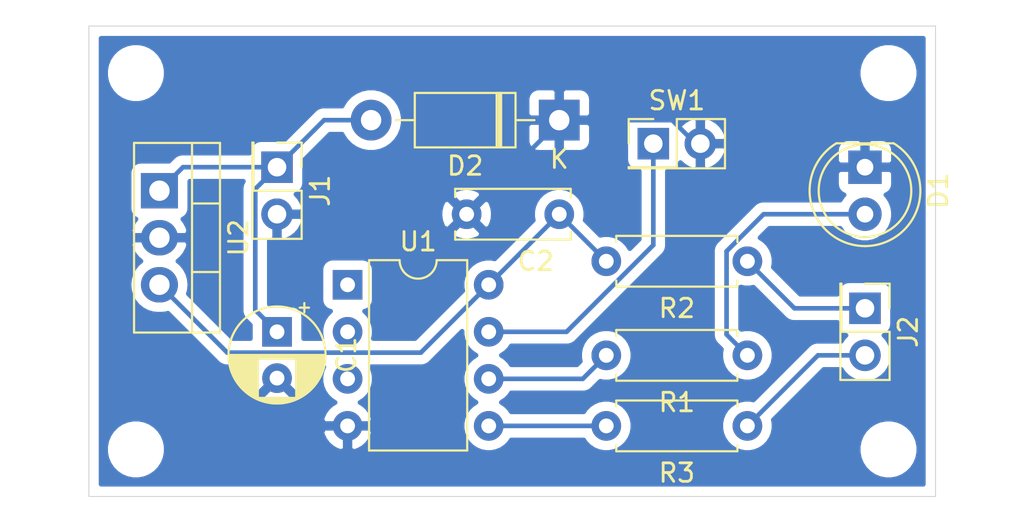
<source format=kicad_pcb>
(kicad_pcb (version 20171130) (host pcbnew "(5.1.9)-1")

  (general
    (thickness 1.6)
    (drawings 4)
    (tracks 32)
    (zones 0)
    (modules 16)
    (nets 13)
  )

  (page User 431.8 279.4)
  (layers
    (0 F.Cu signal)
    (31 B.Cu signal)
    (37 F.SilkS user)
    (38 B.Mask user)
    (39 F.Mask user)
    (44 Edge.Cuts user)
    (45 Margin user)
    (46 B.CrtYd user)
    (47 F.CrtYd user)
    (49 F.Fab user)
  )

  (setup
    (last_trace_width 0.25)
    (trace_clearance 0.2)
    (zone_clearance 0.508)
    (zone_45_only no)
    (trace_min 0.2)
    (via_size 0.8)
    (via_drill 0.4)
    (via_min_size 0.4)
    (via_min_drill 0.3)
    (uvia_size 0.3)
    (uvia_drill 0.1)
    (uvias_allowed no)
    (uvia_min_size 0.2)
    (uvia_min_drill 0.1)
    (edge_width 0.05)
    (segment_width 0.2)
    (pcb_text_width 0.3)
    (pcb_text_size 1.5 1.5)
    (mod_edge_width 0.12)
    (mod_text_size 1 1)
    (mod_text_width 0.15)
    (pad_size 1.524 1.524)
    (pad_drill 0.762)
    (pad_to_mask_clearance 0)
    (aux_axis_origin 0 0)
    (visible_elements 7FFFFFFF)
    (pcbplotparams
      (layerselection 0x010e0_ffffffff)
      (usegerberextensions true)
      (usegerberattributes true)
      (usegerberadvancedattributes true)
      (creategerberjobfile true)
      (excludeedgelayer true)
      (linewidth 0.100000)
      (plotframeref false)
      (viasonmask false)
      (mode 1)
      (useauxorigin false)
      (hpglpennumber 1)
      (hpglpenspeed 20)
      (hpglpendiameter 15.000000)
      (psnegative false)
      (psa4output false)
      (plotreference true)
      (plotvalue false)
      (plotinvisibletext false)
      (padsonsilk false)
      (subtractmaskfromsilk true)
      (outputformat 1)
      (mirror false)
      (drillshape 0)
      (scaleselection 1)
      (outputdirectory "fabrication/"))
  )

  (net 0 "")
  (net 1 "Net-(D1-Pad2)")
  (net 2 "Net-(J2-Pad2)")
  (net 3 "Net-(J2-Pad1)")
  (net 4 "Net-(R1-Pad2)")
  (net 5 "Net-(R3-Pad2)")
  (net 6 "Net-(SW1-Pad1)")
  (net 7 "Net-(U1-Pad3)")
  (net 8 "Net-(U1-Pad2)")
  (net 9 "Net-(U1-Pad1)")
  (net 10 GNDREF)
  (net 11 "Net-(C1-Pad1)")
  (net 12 "Net-(C2-Pad1)")

  (net_class Default "This is the default net class."
    (clearance 0.2)
    (trace_width 0.25)
    (via_dia 0.8)
    (via_drill 0.4)
    (uvia_dia 0.3)
    (uvia_drill 0.1)
    (add_net GNDREF)
    (add_net "Net-(C1-Pad1)")
    (add_net "Net-(C2-Pad1)")
    (add_net "Net-(D1-Pad2)")
    (add_net "Net-(J2-Pad1)")
    (add_net "Net-(J2-Pad2)")
    (add_net "Net-(R1-Pad2)")
    (add_net "Net-(R3-Pad2)")
    (add_net "Net-(SW1-Pad1)")
    (add_net "Net-(U1-Pad1)")
    (add_net "Net-(U1-Pad2)")
    (add_net "Net-(U1-Pad3)")
  )

  (module Capacitor_THT:CP_Radial_D5.0mm_P2.50mm (layer F.Cu) (tedit 5AE50EF0) (tstamp 607E0D0E)
    (at 30.48 36.83 270)
    (descr "CP, Radial series, Radial, pin pitch=2.50mm, , diameter=5mm, Electrolytic Capacitor")
    (tags "CP Radial series Radial pin pitch 2.50mm  diameter 5mm Electrolytic Capacitor")
    (path /607ECD8A)
    (fp_text reference C1 (at 1.25 -3.75 90) (layer F.SilkS)
      (effects (font (size 1 1) (thickness 0.15)))
    )
    (fp_text value 220n (at 1.25 3.75 90) (layer F.Fab)
      (effects (font (size 1 1) (thickness 0.15)))
    )
    (fp_text user %R (at 1.25 0 90) (layer F.Fab)
      (effects (font (size 1 1) (thickness 0.15)))
    )
    (fp_circle (center 1.25 0) (end 3.75 0) (layer F.Fab) (width 0.1))
    (fp_circle (center 1.25 0) (end 3.87 0) (layer F.SilkS) (width 0.12))
    (fp_circle (center 1.25 0) (end 4 0) (layer F.CrtYd) (width 0.05))
    (fp_line (start -0.883605 -1.0875) (end -0.383605 -1.0875) (layer F.Fab) (width 0.1))
    (fp_line (start -0.633605 -1.3375) (end -0.633605 -0.8375) (layer F.Fab) (width 0.1))
    (fp_line (start 1.25 -2.58) (end 1.25 2.58) (layer F.SilkS) (width 0.12))
    (fp_line (start 1.29 -2.58) (end 1.29 2.58) (layer F.SilkS) (width 0.12))
    (fp_line (start 1.33 -2.579) (end 1.33 2.579) (layer F.SilkS) (width 0.12))
    (fp_line (start 1.37 -2.578) (end 1.37 2.578) (layer F.SilkS) (width 0.12))
    (fp_line (start 1.41 -2.576) (end 1.41 2.576) (layer F.SilkS) (width 0.12))
    (fp_line (start 1.45 -2.573) (end 1.45 2.573) (layer F.SilkS) (width 0.12))
    (fp_line (start 1.49 -2.569) (end 1.49 -1.04) (layer F.SilkS) (width 0.12))
    (fp_line (start 1.49 1.04) (end 1.49 2.569) (layer F.SilkS) (width 0.12))
    (fp_line (start 1.53 -2.565) (end 1.53 -1.04) (layer F.SilkS) (width 0.12))
    (fp_line (start 1.53 1.04) (end 1.53 2.565) (layer F.SilkS) (width 0.12))
    (fp_line (start 1.57 -2.561) (end 1.57 -1.04) (layer F.SilkS) (width 0.12))
    (fp_line (start 1.57 1.04) (end 1.57 2.561) (layer F.SilkS) (width 0.12))
    (fp_line (start 1.61 -2.556) (end 1.61 -1.04) (layer F.SilkS) (width 0.12))
    (fp_line (start 1.61 1.04) (end 1.61 2.556) (layer F.SilkS) (width 0.12))
    (fp_line (start 1.65 -2.55) (end 1.65 -1.04) (layer F.SilkS) (width 0.12))
    (fp_line (start 1.65 1.04) (end 1.65 2.55) (layer F.SilkS) (width 0.12))
    (fp_line (start 1.69 -2.543) (end 1.69 -1.04) (layer F.SilkS) (width 0.12))
    (fp_line (start 1.69 1.04) (end 1.69 2.543) (layer F.SilkS) (width 0.12))
    (fp_line (start 1.73 -2.536) (end 1.73 -1.04) (layer F.SilkS) (width 0.12))
    (fp_line (start 1.73 1.04) (end 1.73 2.536) (layer F.SilkS) (width 0.12))
    (fp_line (start 1.77 -2.528) (end 1.77 -1.04) (layer F.SilkS) (width 0.12))
    (fp_line (start 1.77 1.04) (end 1.77 2.528) (layer F.SilkS) (width 0.12))
    (fp_line (start 1.81 -2.52) (end 1.81 -1.04) (layer F.SilkS) (width 0.12))
    (fp_line (start 1.81 1.04) (end 1.81 2.52) (layer F.SilkS) (width 0.12))
    (fp_line (start 1.85 -2.511) (end 1.85 -1.04) (layer F.SilkS) (width 0.12))
    (fp_line (start 1.85 1.04) (end 1.85 2.511) (layer F.SilkS) (width 0.12))
    (fp_line (start 1.89 -2.501) (end 1.89 -1.04) (layer F.SilkS) (width 0.12))
    (fp_line (start 1.89 1.04) (end 1.89 2.501) (layer F.SilkS) (width 0.12))
    (fp_line (start 1.93 -2.491) (end 1.93 -1.04) (layer F.SilkS) (width 0.12))
    (fp_line (start 1.93 1.04) (end 1.93 2.491) (layer F.SilkS) (width 0.12))
    (fp_line (start 1.971 -2.48) (end 1.971 -1.04) (layer F.SilkS) (width 0.12))
    (fp_line (start 1.971 1.04) (end 1.971 2.48) (layer F.SilkS) (width 0.12))
    (fp_line (start 2.011 -2.468) (end 2.011 -1.04) (layer F.SilkS) (width 0.12))
    (fp_line (start 2.011 1.04) (end 2.011 2.468) (layer F.SilkS) (width 0.12))
    (fp_line (start 2.051 -2.455) (end 2.051 -1.04) (layer F.SilkS) (width 0.12))
    (fp_line (start 2.051 1.04) (end 2.051 2.455) (layer F.SilkS) (width 0.12))
    (fp_line (start 2.091 -2.442) (end 2.091 -1.04) (layer F.SilkS) (width 0.12))
    (fp_line (start 2.091 1.04) (end 2.091 2.442) (layer F.SilkS) (width 0.12))
    (fp_line (start 2.131 -2.428) (end 2.131 -1.04) (layer F.SilkS) (width 0.12))
    (fp_line (start 2.131 1.04) (end 2.131 2.428) (layer F.SilkS) (width 0.12))
    (fp_line (start 2.171 -2.414) (end 2.171 -1.04) (layer F.SilkS) (width 0.12))
    (fp_line (start 2.171 1.04) (end 2.171 2.414) (layer F.SilkS) (width 0.12))
    (fp_line (start 2.211 -2.398) (end 2.211 -1.04) (layer F.SilkS) (width 0.12))
    (fp_line (start 2.211 1.04) (end 2.211 2.398) (layer F.SilkS) (width 0.12))
    (fp_line (start 2.251 -2.382) (end 2.251 -1.04) (layer F.SilkS) (width 0.12))
    (fp_line (start 2.251 1.04) (end 2.251 2.382) (layer F.SilkS) (width 0.12))
    (fp_line (start 2.291 -2.365) (end 2.291 -1.04) (layer F.SilkS) (width 0.12))
    (fp_line (start 2.291 1.04) (end 2.291 2.365) (layer F.SilkS) (width 0.12))
    (fp_line (start 2.331 -2.348) (end 2.331 -1.04) (layer F.SilkS) (width 0.12))
    (fp_line (start 2.331 1.04) (end 2.331 2.348) (layer F.SilkS) (width 0.12))
    (fp_line (start 2.371 -2.329) (end 2.371 -1.04) (layer F.SilkS) (width 0.12))
    (fp_line (start 2.371 1.04) (end 2.371 2.329) (layer F.SilkS) (width 0.12))
    (fp_line (start 2.411 -2.31) (end 2.411 -1.04) (layer F.SilkS) (width 0.12))
    (fp_line (start 2.411 1.04) (end 2.411 2.31) (layer F.SilkS) (width 0.12))
    (fp_line (start 2.451 -2.29) (end 2.451 -1.04) (layer F.SilkS) (width 0.12))
    (fp_line (start 2.451 1.04) (end 2.451 2.29) (layer F.SilkS) (width 0.12))
    (fp_line (start 2.491 -2.268) (end 2.491 -1.04) (layer F.SilkS) (width 0.12))
    (fp_line (start 2.491 1.04) (end 2.491 2.268) (layer F.SilkS) (width 0.12))
    (fp_line (start 2.531 -2.247) (end 2.531 -1.04) (layer F.SilkS) (width 0.12))
    (fp_line (start 2.531 1.04) (end 2.531 2.247) (layer F.SilkS) (width 0.12))
    (fp_line (start 2.571 -2.224) (end 2.571 -1.04) (layer F.SilkS) (width 0.12))
    (fp_line (start 2.571 1.04) (end 2.571 2.224) (layer F.SilkS) (width 0.12))
    (fp_line (start 2.611 -2.2) (end 2.611 -1.04) (layer F.SilkS) (width 0.12))
    (fp_line (start 2.611 1.04) (end 2.611 2.2) (layer F.SilkS) (width 0.12))
    (fp_line (start 2.651 -2.175) (end 2.651 -1.04) (layer F.SilkS) (width 0.12))
    (fp_line (start 2.651 1.04) (end 2.651 2.175) (layer F.SilkS) (width 0.12))
    (fp_line (start 2.691 -2.149) (end 2.691 -1.04) (layer F.SilkS) (width 0.12))
    (fp_line (start 2.691 1.04) (end 2.691 2.149) (layer F.SilkS) (width 0.12))
    (fp_line (start 2.731 -2.122) (end 2.731 -1.04) (layer F.SilkS) (width 0.12))
    (fp_line (start 2.731 1.04) (end 2.731 2.122) (layer F.SilkS) (width 0.12))
    (fp_line (start 2.771 -2.095) (end 2.771 -1.04) (layer F.SilkS) (width 0.12))
    (fp_line (start 2.771 1.04) (end 2.771 2.095) (layer F.SilkS) (width 0.12))
    (fp_line (start 2.811 -2.065) (end 2.811 -1.04) (layer F.SilkS) (width 0.12))
    (fp_line (start 2.811 1.04) (end 2.811 2.065) (layer F.SilkS) (width 0.12))
    (fp_line (start 2.851 -2.035) (end 2.851 -1.04) (layer F.SilkS) (width 0.12))
    (fp_line (start 2.851 1.04) (end 2.851 2.035) (layer F.SilkS) (width 0.12))
    (fp_line (start 2.891 -2.004) (end 2.891 -1.04) (layer F.SilkS) (width 0.12))
    (fp_line (start 2.891 1.04) (end 2.891 2.004) (layer F.SilkS) (width 0.12))
    (fp_line (start 2.931 -1.971) (end 2.931 -1.04) (layer F.SilkS) (width 0.12))
    (fp_line (start 2.931 1.04) (end 2.931 1.971) (layer F.SilkS) (width 0.12))
    (fp_line (start 2.971 -1.937) (end 2.971 -1.04) (layer F.SilkS) (width 0.12))
    (fp_line (start 2.971 1.04) (end 2.971 1.937) (layer F.SilkS) (width 0.12))
    (fp_line (start 3.011 -1.901) (end 3.011 -1.04) (layer F.SilkS) (width 0.12))
    (fp_line (start 3.011 1.04) (end 3.011 1.901) (layer F.SilkS) (width 0.12))
    (fp_line (start 3.051 -1.864) (end 3.051 -1.04) (layer F.SilkS) (width 0.12))
    (fp_line (start 3.051 1.04) (end 3.051 1.864) (layer F.SilkS) (width 0.12))
    (fp_line (start 3.091 -1.826) (end 3.091 -1.04) (layer F.SilkS) (width 0.12))
    (fp_line (start 3.091 1.04) (end 3.091 1.826) (layer F.SilkS) (width 0.12))
    (fp_line (start 3.131 -1.785) (end 3.131 -1.04) (layer F.SilkS) (width 0.12))
    (fp_line (start 3.131 1.04) (end 3.131 1.785) (layer F.SilkS) (width 0.12))
    (fp_line (start 3.171 -1.743) (end 3.171 -1.04) (layer F.SilkS) (width 0.12))
    (fp_line (start 3.171 1.04) (end 3.171 1.743) (layer F.SilkS) (width 0.12))
    (fp_line (start 3.211 -1.699) (end 3.211 -1.04) (layer F.SilkS) (width 0.12))
    (fp_line (start 3.211 1.04) (end 3.211 1.699) (layer F.SilkS) (width 0.12))
    (fp_line (start 3.251 -1.653) (end 3.251 -1.04) (layer F.SilkS) (width 0.12))
    (fp_line (start 3.251 1.04) (end 3.251 1.653) (layer F.SilkS) (width 0.12))
    (fp_line (start 3.291 -1.605) (end 3.291 -1.04) (layer F.SilkS) (width 0.12))
    (fp_line (start 3.291 1.04) (end 3.291 1.605) (layer F.SilkS) (width 0.12))
    (fp_line (start 3.331 -1.554) (end 3.331 -1.04) (layer F.SilkS) (width 0.12))
    (fp_line (start 3.331 1.04) (end 3.331 1.554) (layer F.SilkS) (width 0.12))
    (fp_line (start 3.371 -1.5) (end 3.371 -1.04) (layer F.SilkS) (width 0.12))
    (fp_line (start 3.371 1.04) (end 3.371 1.5) (layer F.SilkS) (width 0.12))
    (fp_line (start 3.411 -1.443) (end 3.411 -1.04) (layer F.SilkS) (width 0.12))
    (fp_line (start 3.411 1.04) (end 3.411 1.443) (layer F.SilkS) (width 0.12))
    (fp_line (start 3.451 -1.383) (end 3.451 -1.04) (layer F.SilkS) (width 0.12))
    (fp_line (start 3.451 1.04) (end 3.451 1.383) (layer F.SilkS) (width 0.12))
    (fp_line (start 3.491 -1.319) (end 3.491 -1.04) (layer F.SilkS) (width 0.12))
    (fp_line (start 3.491 1.04) (end 3.491 1.319) (layer F.SilkS) (width 0.12))
    (fp_line (start 3.531 -1.251) (end 3.531 -1.04) (layer F.SilkS) (width 0.12))
    (fp_line (start 3.531 1.04) (end 3.531 1.251) (layer F.SilkS) (width 0.12))
    (fp_line (start 3.571 -1.178) (end 3.571 1.178) (layer F.SilkS) (width 0.12))
    (fp_line (start 3.611 -1.098) (end 3.611 1.098) (layer F.SilkS) (width 0.12))
    (fp_line (start 3.651 -1.011) (end 3.651 1.011) (layer F.SilkS) (width 0.12))
    (fp_line (start 3.691 -0.915) (end 3.691 0.915) (layer F.SilkS) (width 0.12))
    (fp_line (start 3.731 -0.805) (end 3.731 0.805) (layer F.SilkS) (width 0.12))
    (fp_line (start 3.771 -0.677) (end 3.771 0.677) (layer F.SilkS) (width 0.12))
    (fp_line (start 3.811 -0.518) (end 3.811 0.518) (layer F.SilkS) (width 0.12))
    (fp_line (start 3.851 -0.284) (end 3.851 0.284) (layer F.SilkS) (width 0.12))
    (fp_line (start -1.554775 -1.475) (end -1.054775 -1.475) (layer F.SilkS) (width 0.12))
    (fp_line (start -1.304775 -1.725) (end -1.304775 -1.225) (layer F.SilkS) (width 0.12))
    (pad 2 thru_hole circle (at 2.5 0 270) (size 1.6 1.6) (drill 0.8) (layers *.Cu *.Mask)
      (net 10 GNDREF))
    (pad 1 thru_hole rect (at 0 0 270) (size 1.6 1.6) (drill 0.8) (layers *.Cu *.Mask)
      (net 11 "Net-(C1-Pad1)"))
    (model ${KISYS3DMOD}/Capacitor_THT.3dshapes/CP_Radial_D5.0mm_P2.50mm.wrl
      (at (xyz 0 0 0))
      (scale (xyz 1 1 1))
      (rotate (xyz 0 0 0))
    )
  )

  (module Package_TO_SOT_THT:TO-220-3_Vertical (layer F.Cu) (tedit 5AC8BA0D) (tstamp 607E2879)
    (at 24.13 29.21 270)
    (descr "TO-220-3, Vertical, RM 2.54mm, see https://www.vishay.com/docs/66542/to-220-1.pdf")
    (tags "TO-220-3 Vertical RM 2.54mm")
    (path /607EB10B)
    (fp_text reference U2 (at 2.54 -4.27 90) (layer F.SilkS)
      (effects (font (size 1 1) (thickness 0.15)))
    )
    (fp_text value LM7805_TO220 (at 2.54 2.5 90) (layer F.Fab)
      (effects (font (size 1 1) (thickness 0.15)))
    )
    (fp_line (start 7.79 -3.4) (end -2.71 -3.4) (layer F.CrtYd) (width 0.05))
    (fp_line (start 7.79 1.51) (end 7.79 -3.4) (layer F.CrtYd) (width 0.05))
    (fp_line (start -2.71 1.51) (end 7.79 1.51) (layer F.CrtYd) (width 0.05))
    (fp_line (start -2.71 -3.4) (end -2.71 1.51) (layer F.CrtYd) (width 0.05))
    (fp_line (start 4.391 -3.27) (end 4.391 -1.76) (layer F.SilkS) (width 0.12))
    (fp_line (start 0.69 -3.27) (end 0.69 -1.76) (layer F.SilkS) (width 0.12))
    (fp_line (start -2.58 -1.76) (end 7.66 -1.76) (layer F.SilkS) (width 0.12))
    (fp_line (start 7.66 -3.27) (end 7.66 1.371) (layer F.SilkS) (width 0.12))
    (fp_line (start -2.58 -3.27) (end -2.58 1.371) (layer F.SilkS) (width 0.12))
    (fp_line (start -2.58 1.371) (end 7.66 1.371) (layer F.SilkS) (width 0.12))
    (fp_line (start -2.58 -3.27) (end 7.66 -3.27) (layer F.SilkS) (width 0.12))
    (fp_line (start 4.39 -3.15) (end 4.39 -1.88) (layer F.Fab) (width 0.1))
    (fp_line (start 0.69 -3.15) (end 0.69 -1.88) (layer F.Fab) (width 0.1))
    (fp_line (start -2.46 -1.88) (end 7.54 -1.88) (layer F.Fab) (width 0.1))
    (fp_line (start 7.54 -3.15) (end -2.46 -3.15) (layer F.Fab) (width 0.1))
    (fp_line (start 7.54 1.25) (end 7.54 -3.15) (layer F.Fab) (width 0.1))
    (fp_line (start -2.46 1.25) (end 7.54 1.25) (layer F.Fab) (width 0.1))
    (fp_line (start -2.46 -3.15) (end -2.46 1.25) (layer F.Fab) (width 0.1))
    (fp_text user %R (at 2.54 -4.27 90) (layer F.Fab)
      (effects (font (size 1 1) (thickness 0.15)))
    )
    (pad 3 thru_hole oval (at 5.08 0 270) (size 1.905 2) (drill 1.1) (layers *.Cu *.Mask)
      (net 12 "Net-(C2-Pad1)"))
    (pad 2 thru_hole oval (at 2.54 0 270) (size 1.905 2) (drill 1.1) (layers *.Cu *.Mask)
      (net 10 GNDREF))
    (pad 1 thru_hole rect (at 0 0 270) (size 1.905 2) (drill 1.1) (layers *.Cu *.Mask)
      (net 11 "Net-(C1-Pad1)"))
    (model ${KISYS3DMOD}/Package_TO_SOT_THT.3dshapes/TO-220-3_Vertical.wrl
      (at (xyz 0 0 0))
      (scale (xyz 1 1 1))
      (rotate (xyz 0 0 0))
    )
  )

  (module Connector_PinHeader_2.54mm:PinHeader_2x01_P2.54mm_Vertical (layer F.Cu) (tedit 59FED5CC) (tstamp 607B82B0)
    (at 30.48 27.94 270)
    (descr "Through hole straight pin header, 2x01, 2.54mm pitch, double rows")
    (tags "Through hole pin header THT 2x01 2.54mm double row")
    (path /607A7E88)
    (fp_text reference J1 (at 1.27 -2.33 90) (layer F.SilkS)
      (effects (font (size 1 1) (thickness 0.15)))
    )
    (fp_text value 5V (at 1.27 2.33 90) (layer F.Fab)
      (effects (font (size 1 1) (thickness 0.15)))
    )
    (fp_line (start 4.35 -1.8) (end -1.8 -1.8) (layer F.CrtYd) (width 0.05))
    (fp_line (start 4.35 1.8) (end 4.35 -1.8) (layer F.CrtYd) (width 0.05))
    (fp_line (start -1.8 1.8) (end 4.35 1.8) (layer F.CrtYd) (width 0.05))
    (fp_line (start -1.8 -1.8) (end -1.8 1.8) (layer F.CrtYd) (width 0.05))
    (fp_line (start -1.33 -1.33) (end 0 -1.33) (layer F.SilkS) (width 0.12))
    (fp_line (start -1.33 0) (end -1.33 -1.33) (layer F.SilkS) (width 0.12))
    (fp_line (start 1.27 -1.33) (end 3.87 -1.33) (layer F.SilkS) (width 0.12))
    (fp_line (start 1.27 1.27) (end 1.27 -1.33) (layer F.SilkS) (width 0.12))
    (fp_line (start -1.33 1.27) (end 1.27 1.27) (layer F.SilkS) (width 0.12))
    (fp_line (start 3.87 -1.33) (end 3.87 1.33) (layer F.SilkS) (width 0.12))
    (fp_line (start -1.33 1.27) (end -1.33 1.33) (layer F.SilkS) (width 0.12))
    (fp_line (start -1.33 1.33) (end 3.87 1.33) (layer F.SilkS) (width 0.12))
    (fp_line (start -1.27 0) (end 0 -1.27) (layer F.Fab) (width 0.1))
    (fp_line (start -1.27 1.27) (end -1.27 0) (layer F.Fab) (width 0.1))
    (fp_line (start 3.81 1.27) (end -1.27 1.27) (layer F.Fab) (width 0.1))
    (fp_line (start 3.81 -1.27) (end 3.81 1.27) (layer F.Fab) (width 0.1))
    (fp_line (start 0 -1.27) (end 3.81 -1.27) (layer F.Fab) (width 0.1))
    (fp_text user %R (at 1.27 0 270) (layer F.Fab)
      (effects (font (size 1 1) (thickness 0.15)))
    )
    (pad 2 thru_hole oval (at 2.54 0 270) (size 1.7 1.7) (drill 1) (layers *.Cu *.Mask)
      (net 10 GNDREF))
    (pad 1 thru_hole rect (at 0 0 270) (size 1.7 1.7) (drill 1) (layers *.Cu *.Mask)
      (net 11 "Net-(C1-Pad1)"))
    (model ${KISYS3DMOD}/Connector_PinHeader_2.54mm.3dshapes/PinHeader_2x01_P2.54mm_Vertical.wrl
      (at (xyz 0 0 0))
      (scale (xyz 1 1 1))
      (rotate (xyz 0 0 0))
    )
  )

  (module MountingHole:MountingHole_2mm (layer F.Cu) (tedit 5B924920) (tstamp 607E18D7)
    (at 22.86 43.18)
    (descr "Mounting Hole 2mm, no annular")
    (tags "mounting hole 2mm no annular")
    (attr virtual)
    (fp_text reference REF** (at 1.27 -3.2) (layer F.SilkS) hide
      (effects (font (size 1 1) (thickness 0.15)))
    )
    (fp_text value MountingHole_2mm (at 0 3.1) (layer F.Fab)
      (effects (font (size 1 1) (thickness 0.15)))
    )
    (fp_circle (center 0 0) (end 2.25 0) (layer F.CrtYd) (width 0.05))
    (fp_circle (center 0 0) (end 2 0) (layer Cmts.User) (width 0.15))
    (fp_text user %R (at 0.3 0) (layer F.Fab)
      (effects (font (size 1 1) (thickness 0.15)))
    )
    (pad "" np_thru_hole circle (at 0 0) (size 2 2) (drill 2) (layers *.Cu *.Mask))
  )

  (module MountingHole:MountingHole_2mm (layer F.Cu) (tedit 5B924920) (tstamp 607E18B3)
    (at 63.5 43.18)
    (descr "Mounting Hole 2mm, no annular")
    (tags "mounting hole 2mm no annular")
    (attr virtual)
    (fp_text reference REF** (at 0 -3.2) (layer F.SilkS) hide
      (effects (font (size 1 1) (thickness 0.15)))
    )
    (fp_text value MountingHole_2mm (at 0 3.1) (layer F.Fab)
      (effects (font (size 1 1) (thickness 0.15)))
    )
    (fp_circle (center 0 0) (end 2.25 0) (layer F.CrtYd) (width 0.05))
    (fp_circle (center 0 0) (end 2 0) (layer Cmts.User) (width 0.15))
    (fp_text user %R (at 0.3 0) (layer F.Fab)
      (effects (font (size 1 1) (thickness 0.15)))
    )
    (pad "" np_thru_hole circle (at 0 0) (size 2 2) (drill 2) (layers *.Cu *.Mask))
  )

  (module MountingHole:MountingHole_2mm (layer F.Cu) (tedit 5B924920) (tstamp 607E1862)
    (at 63.5 22.86 180)
    (descr "Mounting Hole 2mm, no annular")
    (tags "mounting hole 2mm no annular")
    (attr virtual)
    (fp_text reference REF** (at 0 -3.2) (layer F.SilkS) hide
      (effects (font (size 1 1) (thickness 0.15)))
    )
    (fp_text value MountingHole_2mm (at 0 3.1) (layer F.Fab)
      (effects (font (size 1 1) (thickness 0.15)))
    )
    (fp_circle (center 0 0) (end 2.25 0) (layer F.CrtYd) (width 0.05))
    (fp_circle (center 0 0) (end 2 0) (layer Cmts.User) (width 0.15))
    (fp_text user %R (at 0.3 0) (layer F.Fab)
      (effects (font (size 1 1) (thickness 0.15)))
    )
    (pad "" np_thru_hole circle (at 0 0 180) (size 2 2) (drill 2) (layers *.Cu *.Mask))
  )

  (module MountingHole:MountingHole_2mm (layer F.Cu) (tedit 5B924920) (tstamp 607E16D0)
    (at 22.86 22.86 180)
    (descr "Mounting Hole 2mm, no annular")
    (tags "mounting hole 2mm no annular")
    (attr virtual)
    (fp_text reference REF** (at 0 -3.81) (layer F.SilkS) hide
      (effects (font (size 1 1) (thickness 0.15)))
    )
    (fp_text value MountingHole_2mm (at 0 3.1) (layer F.Fab)
      (effects (font (size 1 1) (thickness 0.15)))
    )
    (fp_circle (center 0 0) (end 2.25 0) (layer F.CrtYd) (width 0.05))
    (fp_circle (center 0 0) (end 2 0) (layer Cmts.User) (width 0.15))
    (fp_text user %R (at 0.3 0) (layer F.Fab)
      (effects (font (size 1 1) (thickness 0.15)))
    )
    (pad "" np_thru_hole circle (at 0 0 180) (size 2 2) (drill 2) (layers *.Cu *.Mask))
  )

  (module Diode_THT:D_DO-41_SOD81_P10.16mm_Horizontal (layer F.Cu) (tedit 5AE50CD5) (tstamp 607E0D64)
    (at 45.72 25.4 180)
    (descr "Diode, DO-41_SOD81 series, Axial, Horizontal, pin pitch=10.16mm, , length*diameter=5.2*2.7mm^2, , http://www.diodes.com/_files/packages/DO-41%20(Plastic).pdf")
    (tags "Diode DO-41_SOD81 series Axial Horizontal pin pitch 10.16mm  length 5.2mm diameter 2.7mm")
    (path /607EF3B0)
    (fp_text reference D2 (at 5.08 -2.47) (layer F.SilkS)
      (effects (font (size 1 1) (thickness 0.15)))
    )
    (fp_text value 1N4001 (at 5.08 2.47) (layer F.Fab)
      (effects (font (size 1 1) (thickness 0.15)))
    )
    (fp_line (start 11.51 -1.6) (end -1.35 -1.6) (layer F.CrtYd) (width 0.05))
    (fp_line (start 11.51 1.6) (end 11.51 -1.6) (layer F.CrtYd) (width 0.05))
    (fp_line (start -1.35 1.6) (end 11.51 1.6) (layer F.CrtYd) (width 0.05))
    (fp_line (start -1.35 -1.6) (end -1.35 1.6) (layer F.CrtYd) (width 0.05))
    (fp_line (start 3.14 -1.47) (end 3.14 1.47) (layer F.SilkS) (width 0.12))
    (fp_line (start 3.38 -1.47) (end 3.38 1.47) (layer F.SilkS) (width 0.12))
    (fp_line (start 3.26 -1.47) (end 3.26 1.47) (layer F.SilkS) (width 0.12))
    (fp_line (start 8.82 0) (end 7.8 0) (layer F.SilkS) (width 0.12))
    (fp_line (start 1.34 0) (end 2.36 0) (layer F.SilkS) (width 0.12))
    (fp_line (start 7.8 -1.47) (end 2.36 -1.47) (layer F.SilkS) (width 0.12))
    (fp_line (start 7.8 1.47) (end 7.8 -1.47) (layer F.SilkS) (width 0.12))
    (fp_line (start 2.36 1.47) (end 7.8 1.47) (layer F.SilkS) (width 0.12))
    (fp_line (start 2.36 -1.47) (end 2.36 1.47) (layer F.SilkS) (width 0.12))
    (fp_line (start 3.16 -1.35) (end 3.16 1.35) (layer F.Fab) (width 0.1))
    (fp_line (start 3.36 -1.35) (end 3.36 1.35) (layer F.Fab) (width 0.1))
    (fp_line (start 3.26 -1.35) (end 3.26 1.35) (layer F.Fab) (width 0.1))
    (fp_line (start 10.16 0) (end 7.68 0) (layer F.Fab) (width 0.1))
    (fp_line (start 0 0) (end 2.48 0) (layer F.Fab) (width 0.1))
    (fp_line (start 7.68 -1.35) (end 2.48 -1.35) (layer F.Fab) (width 0.1))
    (fp_line (start 7.68 1.35) (end 7.68 -1.35) (layer F.Fab) (width 0.1))
    (fp_line (start 2.48 1.35) (end 7.68 1.35) (layer F.Fab) (width 0.1))
    (fp_line (start 2.48 -1.35) (end 2.48 1.35) (layer F.Fab) (width 0.1))
    (fp_text user K (at 0 -2.1) (layer F.SilkS)
      (effects (font (size 1 1) (thickness 0.15)))
    )
    (fp_text user K (at 0 -2.1) (layer F.Fab)
      (effects (font (size 1 1) (thickness 0.15)))
    )
    (fp_text user %R (at 5.47 0) (layer F.Fab)
      (effects (font (size 1 1) (thickness 0.15)))
    )
    (pad 2 thru_hole oval (at 10.16 0 180) (size 2.2 2.2) (drill 1.1) (layers *.Cu *.Mask)
      (net 11 "Net-(C1-Pad1)"))
    (pad 1 thru_hole rect (at 0 0 180) (size 2.2 2.2) (drill 1.1) (layers *.Cu *.Mask)
      (net 10 GNDREF))
    (model ${KISYS3DMOD}/Diode_THT.3dshapes/D_DO-41_SOD81_P10.16mm_Horizontal.wrl
      (at (xyz 0 0 0))
      (scale (xyz 1 1 1))
      (rotate (xyz 0 0 0))
    )
  )

  (module Capacitor_THT:C_Disc_D6.0mm_W2.5mm_P5.00mm (layer F.Cu) (tedit 5AE50EF0) (tstamp 607E0D23)
    (at 45.72 30.48 180)
    (descr "C, Disc series, Radial, pin pitch=5.00mm, , diameter*width=6*2.5mm^2, Capacitor, http://cdn-reichelt.de/documents/datenblatt/B300/DS_KERKO_TC.pdf")
    (tags "C Disc series Radial pin pitch 5.00mm  diameter 6mm width 2.5mm Capacitor")
    (path /607EE685)
    (fp_text reference C2 (at 1.27 -2.54) (layer F.SilkS)
      (effects (font (size 1 1) (thickness 0.15)))
    )
    (fp_text value 100n (at 2.5 2.5) (layer F.Fab)
      (effects (font (size 1 1) (thickness 0.15)))
    )
    (fp_line (start 6.05 -1.5) (end -1.05 -1.5) (layer F.CrtYd) (width 0.05))
    (fp_line (start 6.05 1.5) (end 6.05 -1.5) (layer F.CrtYd) (width 0.05))
    (fp_line (start -1.05 1.5) (end 6.05 1.5) (layer F.CrtYd) (width 0.05))
    (fp_line (start -1.05 -1.5) (end -1.05 1.5) (layer F.CrtYd) (width 0.05))
    (fp_line (start 5.62 0.925) (end 5.62 1.37) (layer F.SilkS) (width 0.12))
    (fp_line (start 5.62 -1.37) (end 5.62 -0.925) (layer F.SilkS) (width 0.12))
    (fp_line (start -0.62 0.925) (end -0.62 1.37) (layer F.SilkS) (width 0.12))
    (fp_line (start -0.62 -1.37) (end -0.62 -0.925) (layer F.SilkS) (width 0.12))
    (fp_line (start -0.62 1.37) (end 5.62 1.37) (layer F.SilkS) (width 0.12))
    (fp_line (start -0.62 -1.37) (end 5.62 -1.37) (layer F.SilkS) (width 0.12))
    (fp_line (start 5.5 -1.25) (end -0.5 -1.25) (layer F.Fab) (width 0.1))
    (fp_line (start 5.5 1.25) (end 5.5 -1.25) (layer F.Fab) (width 0.1))
    (fp_line (start -0.5 1.25) (end 5.5 1.25) (layer F.Fab) (width 0.1))
    (fp_line (start -0.5 -1.25) (end -0.5 1.25) (layer F.Fab) (width 0.1))
    (fp_text user %R (at 2.5 0) (layer F.Fab)
      (effects (font (size 1 1) (thickness 0.15)))
    )
    (pad 2 thru_hole circle (at 5 0 180) (size 1.6 1.6) (drill 0.8) (layers *.Cu *.Mask)
      (net 10 GNDREF))
    (pad 1 thru_hole circle (at 0 0 180) (size 1.6 1.6) (drill 0.8) (layers *.Cu *.Mask)
      (net 12 "Net-(C2-Pad1)"))
    (model ${KISYS3DMOD}/Capacitor_THT.3dshapes/C_Disc_D6.0mm_W2.5mm_P5.00mm.wrl
      (at (xyz 0 0 0))
      (scale (xyz 1 1 1))
      (rotate (xyz 0 0 0))
    )
  )

  (module Connector_PinHeader_2.54mm:PinHeader_2x01_P2.54mm_Vertical (layer F.Cu) (tedit 59FED5CC) (tstamp 607B9005)
    (at 62.23 35.56 270)
    (descr "Through hole straight pin header, 2x01, 2.54mm pitch, double rows")
    (tags "Through hole pin header THT 2x01 2.54mm double row")
    (path /607DFC70)
    (fp_text reference J2 (at 1.27 -2.33 90) (layer F.SilkS)
      (effects (font (size 1 1) (thickness 0.15)))
    )
    (fp_text value Conn_01x02 (at 1.27 2.33 90) (layer F.Fab)
      (effects (font (size 1 1) (thickness 0.15)))
    )
    (fp_line (start 4.35 -1.8) (end -1.8 -1.8) (layer F.CrtYd) (width 0.05))
    (fp_line (start 4.35 1.8) (end 4.35 -1.8) (layer F.CrtYd) (width 0.05))
    (fp_line (start -1.8 1.8) (end 4.35 1.8) (layer F.CrtYd) (width 0.05))
    (fp_line (start -1.8 -1.8) (end -1.8 1.8) (layer F.CrtYd) (width 0.05))
    (fp_line (start -1.33 -1.33) (end 0 -1.33) (layer F.SilkS) (width 0.12))
    (fp_line (start -1.33 0) (end -1.33 -1.33) (layer F.SilkS) (width 0.12))
    (fp_line (start 1.27 -1.33) (end 3.87 -1.33) (layer F.SilkS) (width 0.12))
    (fp_line (start 1.27 1.27) (end 1.27 -1.33) (layer F.SilkS) (width 0.12))
    (fp_line (start -1.33 1.27) (end 1.27 1.27) (layer F.SilkS) (width 0.12))
    (fp_line (start 3.87 -1.33) (end 3.87 1.33) (layer F.SilkS) (width 0.12))
    (fp_line (start -1.33 1.27) (end -1.33 1.33) (layer F.SilkS) (width 0.12))
    (fp_line (start -1.33 1.33) (end 3.87 1.33) (layer F.SilkS) (width 0.12))
    (fp_line (start -1.27 0) (end 0 -1.27) (layer F.Fab) (width 0.1))
    (fp_line (start -1.27 1.27) (end -1.27 0) (layer F.Fab) (width 0.1))
    (fp_line (start 3.81 1.27) (end -1.27 1.27) (layer F.Fab) (width 0.1))
    (fp_line (start 3.81 -1.27) (end 3.81 1.27) (layer F.Fab) (width 0.1))
    (fp_line (start 0 -1.27) (end 3.81 -1.27) (layer F.Fab) (width 0.1))
    (fp_text user %R (at 1.27 0) (layer F.Fab)
      (effects (font (size 1 1) (thickness 0.15)))
    )
    (pad 2 thru_hole oval (at 2.54 0 270) (size 1.7 1.7) (drill 1) (layers *.Cu *.Mask)
      (net 2 "Net-(J2-Pad2)"))
    (pad 1 thru_hole rect (at 0 0 270) (size 1.7 1.7) (drill 1) (layers *.Cu *.Mask)
      (net 3 "Net-(J2-Pad1)"))
    (model ${KISYS3DMOD}/Connector_PinHeader_2.54mm.3dshapes/PinHeader_2x01_P2.54mm_Vertical.wrl
      (at (xyz 0 0 0))
      (scale (xyz 1 1 1))
      (rotate (xyz 0 0 0))
    )
  )

  (module Package_DIP:DIP-8_W7.62mm (layer F.Cu) (tedit 5A02E8C5) (tstamp 607B84FA)
    (at 34.29 34.29)
    (descr "8-lead though-hole mounted DIP package, row spacing 7.62 mm (300 mils)")
    (tags "THT DIP DIL PDIP 2.54mm 7.62mm 300mil")
    (path /607A3648)
    (fp_text reference U1 (at 3.81 -2.33) (layer F.SilkS)
      (effects (font (size 1 1) (thickness 0.15)))
    )
    (fp_text value ATtiny85-20PU (at 3.81 9.95) (layer F.Fab)
      (effects (font (size 1 1) (thickness 0.15)))
    )
    (fp_line (start 8.7 -1.55) (end -1.1 -1.55) (layer F.CrtYd) (width 0.05))
    (fp_line (start 8.7 9.15) (end 8.7 -1.55) (layer F.CrtYd) (width 0.05))
    (fp_line (start -1.1 9.15) (end 8.7 9.15) (layer F.CrtYd) (width 0.05))
    (fp_line (start -1.1 -1.55) (end -1.1 9.15) (layer F.CrtYd) (width 0.05))
    (fp_line (start 6.46 -1.33) (end 4.81 -1.33) (layer F.SilkS) (width 0.12))
    (fp_line (start 6.46 8.95) (end 6.46 -1.33) (layer F.SilkS) (width 0.12))
    (fp_line (start 1.16 8.95) (end 6.46 8.95) (layer F.SilkS) (width 0.12))
    (fp_line (start 1.16 -1.33) (end 1.16 8.95) (layer F.SilkS) (width 0.12))
    (fp_line (start 2.81 -1.33) (end 1.16 -1.33) (layer F.SilkS) (width 0.12))
    (fp_line (start 0.635 -0.27) (end 1.635 -1.27) (layer F.Fab) (width 0.1))
    (fp_line (start 0.635 8.89) (end 0.635 -0.27) (layer F.Fab) (width 0.1))
    (fp_line (start 6.985 8.89) (end 0.635 8.89) (layer F.Fab) (width 0.1))
    (fp_line (start 6.985 -1.27) (end 6.985 8.89) (layer F.Fab) (width 0.1))
    (fp_line (start 1.635 -1.27) (end 6.985 -1.27) (layer F.Fab) (width 0.1))
    (fp_text user %R (at 3.81 3.81) (layer F.Fab)
      (effects (font (size 1 1) (thickness 0.15)))
    )
    (fp_arc (start 3.81 -1.33) (end 2.81 -1.33) (angle -180) (layer F.SilkS) (width 0.12))
    (pad 8 thru_hole oval (at 7.62 0) (size 1.6 1.6) (drill 0.8) (layers *.Cu *.Mask)
      (net 12 "Net-(C2-Pad1)"))
    (pad 4 thru_hole oval (at 0 7.62) (size 1.6 1.6) (drill 0.8) (layers *.Cu *.Mask)
      (net 10 GNDREF))
    (pad 7 thru_hole oval (at 7.62 2.54) (size 1.6 1.6) (drill 0.8) (layers *.Cu *.Mask)
      (net 6 "Net-(SW1-Pad1)"))
    (pad 3 thru_hole oval (at 0 5.08) (size 1.6 1.6) (drill 0.8) (layers *.Cu *.Mask)
      (net 7 "Net-(U1-Pad3)"))
    (pad 6 thru_hole oval (at 7.62 5.08) (size 1.6 1.6) (drill 0.8) (layers *.Cu *.Mask)
      (net 4 "Net-(R1-Pad2)"))
    (pad 2 thru_hole oval (at 0 2.54) (size 1.6 1.6) (drill 0.8) (layers *.Cu *.Mask)
      (net 8 "Net-(U1-Pad2)"))
    (pad 5 thru_hole oval (at 7.62 7.62) (size 1.6 1.6) (drill 0.8) (layers *.Cu *.Mask)
      (net 5 "Net-(R3-Pad2)"))
    (pad 1 thru_hole rect (at 0 0) (size 1.6 1.6) (drill 0.8) (layers *.Cu *.Mask)
      (net 9 "Net-(U1-Pad1)"))
    (model ${KISYS3DMOD}/Package_DIP.3dshapes/DIP-8_W7.62mm.wrl
      (at (xyz 0 0 0))
      (scale (xyz 1 1 1))
      (rotate (xyz 0 0 0))
    )
  )

  (module Connector_PinHeader_2.54mm:PinHeader_2x01_P2.54mm_Vertical (layer F.Cu) (tedit 59FED5CC) (tstamp 607B8325)
    (at 50.8 26.67)
    (descr "Through hole straight pin header, 2x01, 2.54mm pitch, double rows")
    (tags "Through hole pin header THT 2x01 2.54mm double row")
    (path /607A74A1)
    (fp_text reference SW1 (at 1.27 -2.33) (layer F.SilkS)
      (effects (font (size 1 1) (thickness 0.15)))
    )
    (fp_text value SW_Push (at 1.27 2.33) (layer F.Fab)
      (effects (font (size 1 1) (thickness 0.15)))
    )
    (fp_line (start 4.35 -1.8) (end -1.8 -1.8) (layer F.CrtYd) (width 0.05))
    (fp_line (start 4.35 1.8) (end 4.35 -1.8) (layer F.CrtYd) (width 0.05))
    (fp_line (start -1.8 1.8) (end 4.35 1.8) (layer F.CrtYd) (width 0.05))
    (fp_line (start -1.8 -1.8) (end -1.8 1.8) (layer F.CrtYd) (width 0.05))
    (fp_line (start -1.33 -1.33) (end 0 -1.33) (layer F.SilkS) (width 0.12))
    (fp_line (start -1.33 0) (end -1.33 -1.33) (layer F.SilkS) (width 0.12))
    (fp_line (start 1.27 -1.33) (end 3.87 -1.33) (layer F.SilkS) (width 0.12))
    (fp_line (start 1.27 1.27) (end 1.27 -1.33) (layer F.SilkS) (width 0.12))
    (fp_line (start -1.33 1.27) (end 1.27 1.27) (layer F.SilkS) (width 0.12))
    (fp_line (start 3.87 -1.33) (end 3.87 1.33) (layer F.SilkS) (width 0.12))
    (fp_line (start -1.33 1.27) (end -1.33 1.33) (layer F.SilkS) (width 0.12))
    (fp_line (start -1.33 1.33) (end 3.87 1.33) (layer F.SilkS) (width 0.12))
    (fp_line (start -1.27 0) (end 0 -1.27) (layer F.Fab) (width 0.1))
    (fp_line (start -1.27 1.27) (end -1.27 0) (layer F.Fab) (width 0.1))
    (fp_line (start 3.81 1.27) (end -1.27 1.27) (layer F.Fab) (width 0.1))
    (fp_line (start 3.81 -1.27) (end 3.81 1.27) (layer F.Fab) (width 0.1))
    (fp_line (start 0 -1.27) (end 3.81 -1.27) (layer F.Fab) (width 0.1))
    (fp_text user %R (at 1.27 0 90) (layer F.Fab)
      (effects (font (size 1 1) (thickness 0.15)))
    )
    (pad 2 thru_hole oval (at 2.54 0) (size 1.7 1.7) (drill 1) (layers *.Cu *.Mask)
      (net 10 GNDREF))
    (pad 1 thru_hole rect (at 0 0) (size 1.7 1.7) (drill 1) (layers *.Cu *.Mask)
      (net 6 "Net-(SW1-Pad1)"))
    (model ${KISYS3DMOD}/Connector_PinHeader_2.54mm.3dshapes/PinHeader_2x01_P2.54mm_Vertical.wrl
      (at (xyz 0 0 0))
      (scale (xyz 1 1 1))
      (rotate (xyz 0 0 0))
    )
  )

  (module Resistor_THT:R_Axial_DIN0207_L6.3mm_D2.5mm_P7.62mm_Horizontal (layer F.Cu) (tedit 5AE5139B) (tstamp 607B830D)
    (at 55.88 41.91 180)
    (descr "Resistor, Axial_DIN0207 series, Axial, Horizontal, pin pitch=7.62mm, 0.25W = 1/4W, length*diameter=6.3*2.5mm^2, http://cdn-reichelt.de/documents/datenblatt/B400/1_4W%23YAG.pdf")
    (tags "Resistor Axial_DIN0207 series Axial Horizontal pin pitch 7.62mm 0.25W = 1/4W length 6.3mm diameter 2.5mm")
    (path /607D751B)
    (fp_text reference R3 (at 3.81 -2.54) (layer F.SilkS)
      (effects (font (size 1 1) (thickness 0.15)))
    )
    (fp_text value 220 (at 3.81 2.37) (layer F.Fab)
      (effects (font (size 1 1) (thickness 0.15)))
    )
    (fp_line (start 8.67 -1.5) (end -1.05 -1.5) (layer F.CrtYd) (width 0.05))
    (fp_line (start 8.67 1.5) (end 8.67 -1.5) (layer F.CrtYd) (width 0.05))
    (fp_line (start -1.05 1.5) (end 8.67 1.5) (layer F.CrtYd) (width 0.05))
    (fp_line (start -1.05 -1.5) (end -1.05 1.5) (layer F.CrtYd) (width 0.05))
    (fp_line (start 7.08 1.37) (end 7.08 1.04) (layer F.SilkS) (width 0.12))
    (fp_line (start 0.54 1.37) (end 7.08 1.37) (layer F.SilkS) (width 0.12))
    (fp_line (start 0.54 1.04) (end 0.54 1.37) (layer F.SilkS) (width 0.12))
    (fp_line (start 7.08 -1.37) (end 7.08 -1.04) (layer F.SilkS) (width 0.12))
    (fp_line (start 0.54 -1.37) (end 7.08 -1.37) (layer F.SilkS) (width 0.12))
    (fp_line (start 0.54 -1.04) (end 0.54 -1.37) (layer F.SilkS) (width 0.12))
    (fp_line (start 7.62 0) (end 6.96 0) (layer F.Fab) (width 0.1))
    (fp_line (start 0 0) (end 0.66 0) (layer F.Fab) (width 0.1))
    (fp_line (start 6.96 -1.25) (end 0.66 -1.25) (layer F.Fab) (width 0.1))
    (fp_line (start 6.96 1.25) (end 6.96 -1.25) (layer F.Fab) (width 0.1))
    (fp_line (start 0.66 1.25) (end 6.96 1.25) (layer F.Fab) (width 0.1))
    (fp_line (start 0.66 -1.25) (end 0.66 1.25) (layer F.Fab) (width 0.1))
    (fp_text user %R (at 3.81 0) (layer F.Fab)
      (effects (font (size 1 1) (thickness 0.15)))
    )
    (pad 2 thru_hole oval (at 7.62 0 180) (size 1.6 1.6) (drill 0.8) (layers *.Cu *.Mask)
      (net 5 "Net-(R3-Pad2)"))
    (pad 1 thru_hole circle (at 0 0 180) (size 1.6 1.6) (drill 0.8) (layers *.Cu *.Mask)
      (net 2 "Net-(J2-Pad2)"))
    (model ${KISYS3DMOD}/Resistor_THT.3dshapes/R_Axial_DIN0207_L6.3mm_D2.5mm_P7.62mm_Horizontal.wrl
      (at (xyz 0 0 0))
      (scale (xyz 1 1 1))
      (rotate (xyz 0 0 0))
    )
  )

  (module Resistor_THT:R_Axial_DIN0207_L6.3mm_D2.5mm_P7.62mm_Horizontal (layer F.Cu) (tedit 5AE5139B) (tstamp 607B82F6)
    (at 55.88 33.02 180)
    (descr "Resistor, Axial_DIN0207 series, Axial, Horizontal, pin pitch=7.62mm, 0.25W = 1/4W, length*diameter=6.3*2.5mm^2, http://cdn-reichelt.de/documents/datenblatt/B400/1_4W%23YAG.pdf")
    (tags "Resistor Axial_DIN0207 series Axial Horizontal pin pitch 7.62mm 0.25W = 1/4W length 6.3mm diameter 2.5mm")
    (path /607D51E1)
    (fp_text reference R2 (at 3.81 -2.54) (layer F.SilkS)
      (effects (font (size 1 1) (thickness 0.15)))
    )
    (fp_text value 220 (at 3.81 2.37) (layer F.Fab)
      (effects (font (size 1 1) (thickness 0.15)))
    )
    (fp_line (start 8.67 -1.5) (end -1.05 -1.5) (layer F.CrtYd) (width 0.05))
    (fp_line (start 8.67 1.5) (end 8.67 -1.5) (layer F.CrtYd) (width 0.05))
    (fp_line (start -1.05 1.5) (end 8.67 1.5) (layer F.CrtYd) (width 0.05))
    (fp_line (start -1.05 -1.5) (end -1.05 1.5) (layer F.CrtYd) (width 0.05))
    (fp_line (start 7.08 1.37) (end 7.08 1.04) (layer F.SilkS) (width 0.12))
    (fp_line (start 0.54 1.37) (end 7.08 1.37) (layer F.SilkS) (width 0.12))
    (fp_line (start 0.54 1.04) (end 0.54 1.37) (layer F.SilkS) (width 0.12))
    (fp_line (start 7.08 -1.37) (end 7.08 -1.04) (layer F.SilkS) (width 0.12))
    (fp_line (start 0.54 -1.37) (end 7.08 -1.37) (layer F.SilkS) (width 0.12))
    (fp_line (start 0.54 -1.04) (end 0.54 -1.37) (layer F.SilkS) (width 0.12))
    (fp_line (start 7.62 0) (end 6.96 0) (layer F.Fab) (width 0.1))
    (fp_line (start 0 0) (end 0.66 0) (layer F.Fab) (width 0.1))
    (fp_line (start 6.96 -1.25) (end 0.66 -1.25) (layer F.Fab) (width 0.1))
    (fp_line (start 6.96 1.25) (end 6.96 -1.25) (layer F.Fab) (width 0.1))
    (fp_line (start 0.66 1.25) (end 6.96 1.25) (layer F.Fab) (width 0.1))
    (fp_line (start 0.66 -1.25) (end 0.66 1.25) (layer F.Fab) (width 0.1))
    (fp_text user %R (at 3.81 0) (layer F.Fab)
      (effects (font (size 1 1) (thickness 0.15)))
    )
    (pad 2 thru_hole oval (at 7.62 0 180) (size 1.6 1.6) (drill 0.8) (layers *.Cu *.Mask)
      (net 12 "Net-(C2-Pad1)"))
    (pad 1 thru_hole circle (at 0 0 180) (size 1.6 1.6) (drill 0.8) (layers *.Cu *.Mask)
      (net 3 "Net-(J2-Pad1)"))
    (model ${KISYS3DMOD}/Resistor_THT.3dshapes/R_Axial_DIN0207_L6.3mm_D2.5mm_P7.62mm_Horizontal.wrl
      (at (xyz 0 0 0))
      (scale (xyz 1 1 1))
      (rotate (xyz 0 0 0))
    )
  )

  (module Resistor_THT:R_Axial_DIN0207_L6.3mm_D2.5mm_P7.62mm_Horizontal (layer F.Cu) (tedit 5AE5139B) (tstamp 607B82DF)
    (at 55.88 38.1 180)
    (descr "Resistor, Axial_DIN0207 series, Axial, Horizontal, pin pitch=7.62mm, 0.25W = 1/4W, length*diameter=6.3*2.5mm^2, http://cdn-reichelt.de/documents/datenblatt/B400/1_4W%23YAG.pdf")
    (tags "Resistor Axial_DIN0207 series Axial Horizontal pin pitch 7.62mm 0.25W = 1/4W length 6.3mm diameter 2.5mm")
    (path /607B2817)
    (fp_text reference R1 (at 3.81 -2.54) (layer F.SilkS)
      (effects (font (size 1 1) (thickness 0.15)))
    )
    (fp_text value 220 (at 3.81 2.37) (layer F.Fab)
      (effects (font (size 1 1) (thickness 0.15)))
    )
    (fp_line (start 8.67 -1.5) (end -1.05 -1.5) (layer F.CrtYd) (width 0.05))
    (fp_line (start 8.67 1.5) (end 8.67 -1.5) (layer F.CrtYd) (width 0.05))
    (fp_line (start -1.05 1.5) (end 8.67 1.5) (layer F.CrtYd) (width 0.05))
    (fp_line (start -1.05 -1.5) (end -1.05 1.5) (layer F.CrtYd) (width 0.05))
    (fp_line (start 7.08 1.37) (end 7.08 1.04) (layer F.SilkS) (width 0.12))
    (fp_line (start 0.54 1.37) (end 7.08 1.37) (layer F.SilkS) (width 0.12))
    (fp_line (start 0.54 1.04) (end 0.54 1.37) (layer F.SilkS) (width 0.12))
    (fp_line (start 7.08 -1.37) (end 7.08 -1.04) (layer F.SilkS) (width 0.12))
    (fp_line (start 0.54 -1.37) (end 7.08 -1.37) (layer F.SilkS) (width 0.12))
    (fp_line (start 0.54 -1.04) (end 0.54 -1.37) (layer F.SilkS) (width 0.12))
    (fp_line (start 7.62 0) (end 6.96 0) (layer F.Fab) (width 0.1))
    (fp_line (start 0 0) (end 0.66 0) (layer F.Fab) (width 0.1))
    (fp_line (start 6.96 -1.25) (end 0.66 -1.25) (layer F.Fab) (width 0.1))
    (fp_line (start 6.96 1.25) (end 6.96 -1.25) (layer F.Fab) (width 0.1))
    (fp_line (start 0.66 1.25) (end 6.96 1.25) (layer F.Fab) (width 0.1))
    (fp_line (start 0.66 -1.25) (end 0.66 1.25) (layer F.Fab) (width 0.1))
    (fp_text user %R (at 3.81 0) (layer F.Fab)
      (effects (font (size 1 1) (thickness 0.15)))
    )
    (pad 2 thru_hole oval (at 7.62 0 180) (size 1.6 1.6) (drill 0.8) (layers *.Cu *.Mask)
      (net 4 "Net-(R1-Pad2)"))
    (pad 1 thru_hole circle (at 0 0 180) (size 1.6 1.6) (drill 0.8) (layers *.Cu *.Mask)
      (net 1 "Net-(D1-Pad2)"))
    (model ${KISYS3DMOD}/Resistor_THT.3dshapes/R_Axial_DIN0207_L6.3mm_D2.5mm_P7.62mm_Horizontal.wrl
      (at (xyz 0 0 0))
      (scale (xyz 1 1 1))
      (rotate (xyz 0 0 0))
    )
  )

  (module LED_THT:LED_D5.0mm (layer F.Cu) (tedit 5995936A) (tstamp 607E28FA)
    (at 62.23 27.94 270)
    (descr "LED, diameter 5.0mm, 2 pins, http://cdn-reichelt.de/documents/datenblatt/A500/LL-504BC2E-009.pdf")
    (tags "LED diameter 5.0mm 2 pins")
    (path /607A49C1)
    (fp_text reference D1 (at 1.27 -3.96 90) (layer F.SilkS)
      (effects (font (size 1 1) (thickness 0.15)))
    )
    (fp_text value LED (at 1.27 3.96 90) (layer F.Fab)
      (effects (font (size 1 1) (thickness 0.15)))
    )
    (fp_line (start 4.5 -3.25) (end -1.95 -3.25) (layer F.CrtYd) (width 0.05))
    (fp_line (start 4.5 3.25) (end 4.5 -3.25) (layer F.CrtYd) (width 0.05))
    (fp_line (start -1.95 3.25) (end 4.5 3.25) (layer F.CrtYd) (width 0.05))
    (fp_line (start -1.95 -3.25) (end -1.95 3.25) (layer F.CrtYd) (width 0.05))
    (fp_line (start -1.29 -1.545) (end -1.29 1.545) (layer F.SilkS) (width 0.12))
    (fp_line (start -1.23 -1.469694) (end -1.23 1.469694) (layer F.Fab) (width 0.1))
    (fp_circle (center 1.27 0) (end 3.77 0) (layer F.SilkS) (width 0.12))
    (fp_circle (center 1.27 0) (end 3.77 0) (layer F.Fab) (width 0.1))
    (fp_text user %R (at 1.25 0 90) (layer F.Fab)
      (effects (font (size 0.8 0.8) (thickness 0.2)))
    )
    (fp_arc (start 1.27 0) (end -1.29 1.54483) (angle -148.9) (layer F.SilkS) (width 0.12))
    (fp_arc (start 1.27 0) (end -1.29 -1.54483) (angle 148.9) (layer F.SilkS) (width 0.12))
    (fp_arc (start 1.27 0) (end -1.23 -1.469694) (angle 299.1) (layer F.Fab) (width 0.1))
    (pad 2 thru_hole circle (at 2.54 0 270) (size 1.8 1.8) (drill 0.9) (layers *.Cu *.Mask)
      (net 1 "Net-(D1-Pad2)"))
    (pad 1 thru_hole rect (at 0 0 270) (size 1.8 1.8) (drill 0.9) (layers *.Cu *.Mask)
      (net 10 GNDREF))
    (model ${KISYS3DMOD}/LED_THT.3dshapes/LED_D5.0mm.wrl
      (at (xyz 0 0 0))
      (scale (xyz 1 1 1))
      (rotate (xyz 0 0 0))
    )
  )

  (gr_line (start 66.04 45.72) (end 20.32 45.72) (layer Edge.Cuts) (width 0.05) (tstamp 607E2053))
  (gr_line (start 66.04 20.32) (end 20.32 20.32) (layer Edge.Cuts) (width 0.05) (tstamp 607E1962))
  (gr_line (start 66.04 45.72) (end 66.04 20.32) (layer Edge.Cuts) (width 0.05))
  (gr_line (start 20.32 20.32) (end 20.32 45.72) (layer Edge.Cuts) (width 0.05))

  (segment (start 56.754998 30.48) (end 62.23 30.48) (width 0.25) (layer B.Cu) (net 1))
  (segment (start 54.754999 32.479999) (end 56.754998 30.48) (width 0.25) (layer B.Cu) (net 1))
  (segment (start 54.754999 36.974999) (end 54.754999 32.479999) (width 0.25) (layer B.Cu) (net 1))
  (segment (start 55.88 38.1) (end 54.754999 36.974999) (width 0.25) (layer B.Cu) (net 1))
  (segment (start 59.69 38.1) (end 55.88 41.91) (width 0.25) (layer B.Cu) (net 2))
  (segment (start 62.23 38.1) (end 59.69 38.1) (width 0.25) (layer B.Cu) (net 2))
  (segment (start 58.42 35.56) (end 55.88 33.02) (width 0.25) (layer B.Cu) (net 3))
  (segment (start 62.23 35.56) (end 58.42 35.56) (width 0.25) (layer B.Cu) (net 3))
  (segment (start 46.99 39.37) (end 48.26 38.1) (width 0.25) (layer B.Cu) (net 4))
  (segment (start 41.91 39.37) (end 46.99 39.37) (width 0.25) (layer B.Cu) (net 4))
  (segment (start 48.26 41.91) (end 41.91 41.91) (width 0.25) (layer B.Cu) (net 5))
  (segment (start 50.8 32.145002) (end 50.8 26.67) (width 0.25) (layer B.Cu) (net 6))
  (segment (start 46.115002 36.83) (end 50.8 32.145002) (width 0.25) (layer B.Cu) (net 6))
  (segment (start 41.91 36.83) (end 46.115002 36.83) (width 0.25) (layer B.Cu) (net 6))
  (segment (start 45.72 25.48) (end 45.72 25.4) (width 0.25) (layer B.Cu) (net 10))
  (segment (start 40.72 30.48) (end 45.72 25.48) (width 0.25) (layer B.Cu) (net 10))
  (segment (start 53.085002 26.67) (end 53.34 26.67) (width 0.25) (layer B.Cu) (net 10))
  (segment (start 51.815002 25.4) (end 53.085002 26.67) (width 0.25) (layer B.Cu) (net 10))
  (segment (start 45.72 25.4) (end 51.815002 25.4) (width 0.25) (layer B.Cu) (net 10))
  (segment (start 34.21 41.83) (end 34.29 41.91) (width 0.25) (layer B.Cu) (net 10))
  (segment (start 33.02 25.4) (end 30.48 27.94) (width 0.25) (layer B.Cu) (net 11))
  (segment (start 35.56 25.4) (end 33.02 25.4) (width 0.25) (layer B.Cu) (net 11))
  (segment (start 25.4 27.94) (end 24.13 29.21) (width 0.25) (layer B.Cu) (net 11))
  (segment (start 30.48 27.94) (end 25.4 27.94) (width 0.25) (layer B.Cu) (net 11))
  (segment (start 29.304999 35.654999) (end 30.48 36.83) (width 0.25) (layer B.Cu) (net 11))
  (segment (start 29.304999 29.115001) (end 29.304999 35.654999) (width 0.25) (layer B.Cu) (net 11))
  (segment (start 30.48 27.94) (end 29.304999 29.115001) (width 0.25) (layer B.Cu) (net 11))
  (segment (start 41.91 34.29) (end 45.72 30.48) (width 0.25) (layer B.Cu) (net 12))
  (segment (start 48.26 33.02) (end 45.72 30.48) (width 0.25) (layer B.Cu) (net 12))
  (segment (start 38.244999 37.955001) (end 41.91 34.29) (width 0.25) (layer B.Cu) (net 12))
  (segment (start 27.795001 37.955001) (end 38.244999 37.955001) (width 0.25) (layer B.Cu) (net 12))
  (segment (start 24.13 34.29) (end 27.795001 37.955001) (width 0.25) (layer B.Cu) (net 12))

  (zone (net 10) (net_name GNDREF) (layer B.Cu) (tstamp 60809DF5) (hatch edge 0.508)
    (connect_pads (clearance 0.508))
    (min_thickness 0.254)
    (fill yes (arc_segments 32) (thermal_gap 0.508) (thermal_bridge_width 0.508))
    (polygon
      (pts
        (xy 66.04 45.72) (xy 20.32 45.72) (xy 20.32 20.32) (xy 66.04 20.32)
      )
    )
    (filled_polygon
      (pts
        (xy 65.38 45.06) (xy 20.98 45.06) (xy 20.98 43.018967) (xy 21.225 43.018967) (xy 21.225 43.341033)
        (xy 21.287832 43.656912) (xy 21.411082 43.954463) (xy 21.590013 44.222252) (xy 21.817748 44.449987) (xy 22.085537 44.628918)
        (xy 22.383088 44.752168) (xy 22.698967 44.815) (xy 23.021033 44.815) (xy 23.336912 44.752168) (xy 23.634463 44.628918)
        (xy 23.902252 44.449987) (xy 24.129987 44.222252) (xy 24.308918 43.954463) (xy 24.432168 43.656912) (xy 24.495 43.341033)
        (xy 24.495 43.018967) (xy 24.432168 42.703088) (xy 24.308918 42.405537) (xy 24.211032 42.259039) (xy 32.898096 42.259039)
        (xy 32.938754 42.393087) (xy 33.058963 42.64742) (xy 33.226481 42.873414) (xy 33.434869 43.062385) (xy 33.676119 43.20707)
        (xy 33.94096 43.301909) (xy 34.163 43.180624) (xy 34.163 42.037) (xy 34.417 42.037) (xy 34.417 43.180624)
        (xy 34.63904 43.301909) (xy 34.903881 43.20707) (xy 35.145131 43.062385) (xy 35.353519 42.873414) (xy 35.521037 42.64742)
        (xy 35.641246 42.393087) (xy 35.681904 42.259039) (xy 35.559915 42.037) (xy 34.417 42.037) (xy 34.163 42.037)
        (xy 33.020085 42.037) (xy 32.898096 42.259039) (xy 24.211032 42.259039) (xy 24.129987 42.137748) (xy 23.902252 41.910013)
        (xy 23.634463 41.731082) (xy 23.336912 41.607832) (xy 23.021033 41.545) (xy 22.698967 41.545) (xy 22.383088 41.607832)
        (xy 22.085537 41.731082) (xy 21.817748 41.910013) (xy 21.590013 42.137748) (xy 21.411082 42.405537) (xy 21.287832 42.703088)
        (xy 21.225 43.018967) (xy 20.98 43.018967) (xy 20.98 40.322702) (xy 29.666903 40.322702) (xy 29.738486 40.566671)
        (xy 29.993996 40.687571) (xy 30.268184 40.7563) (xy 30.550512 40.770217) (xy 30.83013 40.728787) (xy 31.096292 40.633603)
        (xy 31.221514 40.566671) (xy 31.293097 40.322702) (xy 30.48 39.509605) (xy 29.666903 40.322702) (xy 20.98 40.322702)
        (xy 20.98 34.29) (xy 22.487319 34.29) (xy 22.51797 34.601204) (xy 22.608745 34.900449) (xy 22.756155 35.176235)
        (xy 22.954537 35.417963) (xy 23.196265 35.616345) (xy 23.472051 35.763755) (xy 23.771296 35.85453) (xy 24.004514 35.8775)
        (xy 24.255486 35.8775) (xy 24.488704 35.85453) (xy 24.589233 35.824035) (xy 27.231202 38.466004) (xy 27.255 38.495002)
        (xy 27.283998 38.5188) (xy 27.370724 38.589975) (xy 27.502754 38.660547) (xy 27.646015 38.704004) (xy 27.757668 38.715001)
        (xy 27.757677 38.715001) (xy 27.795 38.718677) (xy 27.832323 38.715001) (xy 29.183466 38.715001) (xy 29.122429 38.843996)
        (xy 29.0537 39.118184) (xy 29.039783 39.400512) (xy 29.081213 39.68013) (xy 29.176397 39.946292) (xy 29.243329 40.071514)
        (xy 29.487298 40.143097) (xy 30.300395 39.33) (xy 30.286253 39.315858) (xy 30.465858 39.136253) (xy 30.48 39.150395)
        (xy 30.494143 39.136253) (xy 30.673748 39.315858) (xy 30.659605 39.33) (xy 31.472702 40.143097) (xy 31.716671 40.071514)
        (xy 31.837571 39.816004) (xy 31.9063 39.541816) (xy 31.920217 39.259488) (xy 31.878787 38.97987) (xy 31.784065 38.715001)
        (xy 33.008077 38.715001) (xy 32.910147 38.951426) (xy 32.855 39.228665) (xy 32.855 39.511335) (xy 32.910147 39.788574)
        (xy 33.01832 40.049727) (xy 33.175363 40.284759) (xy 33.375241 40.484637) (xy 33.610273 40.64168) (xy 33.620865 40.646067)
        (xy 33.434869 40.757615) (xy 33.226481 40.946586) (xy 33.058963 41.17258) (xy 32.938754 41.426913) (xy 32.898096 41.560961)
        (xy 33.020085 41.783) (xy 34.163 41.783) (xy 34.163 41.763) (xy 34.417 41.763) (xy 34.417 41.783)
        (xy 35.559915 41.783) (xy 35.681904 41.560961) (xy 35.641246 41.426913) (xy 35.521037 41.17258) (xy 35.353519 40.946586)
        (xy 35.145131 40.757615) (xy 34.959135 40.646067) (xy 34.969727 40.64168) (xy 35.204759 40.484637) (xy 35.404637 40.284759)
        (xy 35.56168 40.049727) (xy 35.669853 39.788574) (xy 35.725 39.511335) (xy 35.725 39.228665) (xy 35.669853 38.951426)
        (xy 35.571923 38.715001) (xy 38.207677 38.715001) (xy 38.244999 38.718677) (xy 38.282321 38.715001) (xy 38.282332 38.715001)
        (xy 38.393985 38.704004) (xy 38.537246 38.660547) (xy 38.669275 38.589975) (xy 38.785 38.495002) (xy 38.808803 38.465998)
        (xy 40.475 36.799801) (xy 40.475 36.971335) (xy 40.530147 37.248574) (xy 40.63832 37.509727) (xy 40.795363 37.744759)
        (xy 40.995241 37.944637) (xy 41.227759 38.1) (xy 40.995241 38.255363) (xy 40.795363 38.455241) (xy 40.63832 38.690273)
        (xy 40.530147 38.951426) (xy 40.475 39.228665) (xy 40.475 39.511335) (xy 40.530147 39.788574) (xy 40.63832 40.049727)
        (xy 40.795363 40.284759) (xy 40.995241 40.484637) (xy 41.227759 40.64) (xy 40.995241 40.795363) (xy 40.795363 40.995241)
        (xy 40.63832 41.230273) (xy 40.530147 41.491426) (xy 40.475 41.768665) (xy 40.475 42.051335) (xy 40.530147 42.328574)
        (xy 40.63832 42.589727) (xy 40.795363 42.824759) (xy 40.995241 43.024637) (xy 41.230273 43.18168) (xy 41.491426 43.289853)
        (xy 41.768665 43.345) (xy 42.051335 43.345) (xy 42.328574 43.289853) (xy 42.589727 43.18168) (xy 42.824759 43.024637)
        (xy 43.024637 42.824759) (xy 43.128043 42.67) (xy 47.041957 42.67) (xy 47.145363 42.824759) (xy 47.345241 43.024637)
        (xy 47.580273 43.18168) (xy 47.841426 43.289853) (xy 48.118665 43.345) (xy 48.401335 43.345) (xy 48.678574 43.289853)
        (xy 48.939727 43.18168) (xy 49.174759 43.024637) (xy 49.374637 42.824759) (xy 49.53168 42.589727) (xy 49.639853 42.328574)
        (xy 49.695 42.051335) (xy 49.695 41.768665) (xy 49.639853 41.491426) (xy 49.53168 41.230273) (xy 49.374637 40.995241)
        (xy 49.174759 40.795363) (xy 48.939727 40.63832) (xy 48.678574 40.530147) (xy 48.401335 40.475) (xy 48.118665 40.475)
        (xy 47.841426 40.530147) (xy 47.580273 40.63832) (xy 47.345241 40.795363) (xy 47.145363 40.995241) (xy 47.041957 41.15)
        (xy 43.128043 41.15) (xy 43.024637 40.995241) (xy 42.824759 40.795363) (xy 42.592241 40.64) (xy 42.824759 40.484637)
        (xy 43.024637 40.284759) (xy 43.128043 40.13) (xy 46.952678 40.13) (xy 46.99 40.133676) (xy 47.027322 40.13)
        (xy 47.027333 40.13) (xy 47.138986 40.119003) (xy 47.282247 40.075546) (xy 47.414276 40.004974) (xy 47.530001 39.910001)
        (xy 47.553804 39.880997) (xy 47.936114 39.498688) (xy 48.118665 39.535) (xy 48.401335 39.535) (xy 48.678574 39.479853)
        (xy 48.939727 39.37168) (xy 49.174759 39.214637) (xy 49.374637 39.014759) (xy 49.53168 38.779727) (xy 49.639853 38.518574)
        (xy 49.695 38.241335) (xy 49.695 37.958665) (xy 49.639853 37.681426) (xy 49.53168 37.420273) (xy 49.374637 37.185241)
        (xy 49.174759 36.985363) (xy 48.939727 36.82832) (xy 48.678574 36.720147) (xy 48.401335 36.665) (xy 48.118665 36.665)
        (xy 47.841426 36.720147) (xy 47.580273 36.82832) (xy 47.345241 36.985363) (xy 47.145363 37.185241) (xy 46.98832 37.420273)
        (xy 46.880147 37.681426) (xy 46.825 37.958665) (xy 46.825 38.241335) (xy 46.861312 38.423886) (xy 46.675199 38.61)
        (xy 43.128043 38.61) (xy 43.024637 38.455241) (xy 42.824759 38.255363) (xy 42.592241 38.1) (xy 42.824759 37.944637)
        (xy 43.024637 37.744759) (xy 43.128043 37.59) (xy 46.07768 37.59) (xy 46.115002 37.593676) (xy 46.152324 37.59)
        (xy 46.152335 37.59) (xy 46.263988 37.579003) (xy 46.407249 37.535546) (xy 46.539278 37.464974) (xy 46.655003 37.370001)
        (xy 46.678806 37.340997) (xy 51.311004 32.7088) (xy 51.340001 32.685003) (xy 51.434974 32.569278) (xy 51.482695 32.479999)
        (xy 53.991323 32.479999) (xy 53.995 32.517331) (xy 53.994999 36.937676) (xy 53.991323 36.974999) (xy 53.994999 37.012321)
        (xy 53.994999 37.012331) (xy 54.005996 37.123984) (xy 54.043789 37.248574) (xy 54.049453 37.267245) (xy 54.120025 37.399275)
        (xy 54.15987 37.447825) (xy 54.214998 37.515) (xy 54.244001 37.538803) (xy 54.481312 37.776113) (xy 54.445 37.958665)
        (xy 54.445 38.241335) (xy 54.500147 38.518574) (xy 54.60832 38.779727) (xy 54.765363 39.014759) (xy 54.965241 39.214637)
        (xy 55.200273 39.37168) (xy 55.461426 39.479853) (xy 55.738665 39.535) (xy 56.021335 39.535) (xy 56.298574 39.479853)
        (xy 56.559727 39.37168) (xy 56.794759 39.214637) (xy 56.994637 39.014759) (xy 57.15168 38.779727) (xy 57.259853 38.518574)
        (xy 57.315 38.241335) (xy 57.315 37.958665) (xy 57.259853 37.681426) (xy 57.15168 37.420273) (xy 56.994637 37.185241)
        (xy 56.794759 36.985363) (xy 56.559727 36.82832) (xy 56.298574 36.720147) (xy 56.021335 36.665) (xy 55.738665 36.665)
        (xy 55.556113 36.701312) (xy 55.514999 36.660198) (xy 55.514999 34.410509) (xy 55.738665 34.455) (xy 56.021335 34.455)
        (xy 56.203886 34.418688) (xy 57.856205 36.071008) (xy 57.879999 36.100001) (xy 57.908992 36.123795) (xy 57.908996 36.123799)
        (xy 57.96042 36.166001) (xy 57.995724 36.194974) (xy 58.127753 36.265546) (xy 58.271014 36.309003) (xy 58.382667 36.32)
        (xy 58.382676 36.32) (xy 58.419999 36.323676) (xy 58.457322 36.32) (xy 60.741928 36.32) (xy 60.741928 36.41)
        (xy 60.754188 36.534482) (xy 60.790498 36.65418) (xy 60.849463 36.764494) (xy 60.928815 36.861185) (xy 61.025506 36.940537)
        (xy 61.13582 36.999502) (xy 61.20838 37.021513) (xy 61.076525 37.153368) (xy 60.951822 37.34) (xy 59.727325 37.34)
        (xy 59.69 37.336324) (xy 59.652675 37.34) (xy 59.652667 37.34) (xy 59.541014 37.350997) (xy 59.397753 37.394454)
        (xy 59.265724 37.465026) (xy 59.149999 37.559999) (xy 59.126201 37.588997) (xy 56.203887 40.511312) (xy 56.021335 40.475)
        (xy 55.738665 40.475) (xy 55.461426 40.530147) (xy 55.200273 40.63832) (xy 54.965241 40.795363) (xy 54.765363 40.995241)
        (xy 54.60832 41.230273) (xy 54.500147 41.491426) (xy 54.445 41.768665) (xy 54.445 42.051335) (xy 54.500147 42.328574)
        (xy 54.60832 42.589727) (xy 54.765363 42.824759) (xy 54.965241 43.024637) (xy 55.200273 43.18168) (xy 55.461426 43.289853)
        (xy 55.738665 43.345) (xy 56.021335 43.345) (xy 56.298574 43.289853) (xy 56.559727 43.18168) (xy 56.794759 43.024637)
        (xy 56.800429 43.018967) (xy 61.865 43.018967) (xy 61.865 43.341033) (xy 61.927832 43.656912) (xy 62.051082 43.954463)
        (xy 62.230013 44.222252) (xy 62.457748 44.449987) (xy 62.725537 44.628918) (xy 63.023088 44.752168) (xy 63.338967 44.815)
        (xy 63.661033 44.815) (xy 63.976912 44.752168) (xy 64.274463 44.628918) (xy 64.542252 44.449987) (xy 64.769987 44.222252)
        (xy 64.948918 43.954463) (xy 65.072168 43.656912) (xy 65.135 43.341033) (xy 65.135 43.018967) (xy 65.072168 42.703088)
        (xy 64.948918 42.405537) (xy 64.769987 42.137748) (xy 64.542252 41.910013) (xy 64.274463 41.731082) (xy 63.976912 41.607832)
        (xy 63.661033 41.545) (xy 63.338967 41.545) (xy 63.023088 41.607832) (xy 62.725537 41.731082) (xy 62.457748 41.910013)
        (xy 62.230013 42.137748) (xy 62.051082 42.405537) (xy 61.927832 42.703088) (xy 61.865 43.018967) (xy 56.800429 43.018967)
        (xy 56.994637 42.824759) (xy 57.15168 42.589727) (xy 57.259853 42.328574) (xy 57.315 42.051335) (xy 57.315 41.768665)
        (xy 57.278688 41.586113) (xy 60.004802 38.86) (xy 60.951822 38.86) (xy 61.076525 39.046632) (xy 61.283368 39.253475)
        (xy 61.526589 39.41599) (xy 61.796842 39.527932) (xy 62.08374 39.585) (xy 62.37626 39.585) (xy 62.663158 39.527932)
        (xy 62.933411 39.41599) (xy 63.176632 39.253475) (xy 63.383475 39.046632) (xy 63.54599 38.803411) (xy 63.657932 38.533158)
        (xy 63.715 38.24626) (xy 63.715 37.95374) (xy 63.657932 37.666842) (xy 63.54599 37.396589) (xy 63.383475 37.153368)
        (xy 63.25162 37.021513) (xy 63.32418 36.999502) (xy 63.434494 36.940537) (xy 63.531185 36.861185) (xy 63.610537 36.764494)
        (xy 63.669502 36.65418) (xy 63.705812 36.534482) (xy 63.718072 36.41) (xy 63.718072 34.71) (xy 63.705812 34.585518)
        (xy 63.669502 34.46582) (xy 63.610537 34.355506) (xy 63.531185 34.258815) (xy 63.434494 34.179463) (xy 63.32418 34.120498)
        (xy 63.204482 34.084188) (xy 63.08 34.071928) (xy 61.38 34.071928) (xy 61.255518 34.084188) (xy 61.13582 34.120498)
        (xy 61.025506 34.179463) (xy 60.928815 34.258815) (xy 60.849463 34.355506) (xy 60.790498 34.46582) (xy 60.754188 34.585518)
        (xy 60.741928 34.71) (xy 60.741928 34.8) (xy 58.734803 34.8) (xy 57.278688 33.343886) (xy 57.315 33.161335)
        (xy 57.315 32.878665) (xy 57.259853 32.601426) (xy 57.15168 32.340273) (xy 56.994637 32.105241) (xy 56.794759 31.905363)
        (xy 56.560778 31.749022) (xy 57.0698 31.24) (xy 60.891687 31.24) (xy 61.037688 31.458505) (xy 61.251495 31.672312)
        (xy 61.502905 31.840299) (xy 61.782257 31.956011) (xy 62.078816 32.015) (xy 62.381184 32.015) (xy 62.677743 31.956011)
        (xy 62.957095 31.840299) (xy 63.208505 31.672312) (xy 63.422312 31.458505) (xy 63.590299 31.207095) (xy 63.706011 30.927743)
        (xy 63.765 30.631184) (xy 63.765 30.328816) (xy 63.706011 30.032257) (xy 63.590299 29.752905) (xy 63.422312 29.501495)
        (xy 63.355873 29.435056) (xy 63.37418 29.429502) (xy 63.484494 29.370537) (xy 63.581185 29.291185) (xy 63.660537 29.194494)
        (xy 63.719502 29.08418) (xy 63.755812 28.964482) (xy 63.768072 28.84) (xy 63.765 28.22575) (xy 63.60625 28.067)
        (xy 62.357 28.067) (xy 62.357 28.087) (xy 62.103 28.087) (xy 62.103 28.067) (xy 60.85375 28.067)
        (xy 60.695 28.22575) (xy 60.691928 28.84) (xy 60.704188 28.964482) (xy 60.740498 29.08418) (xy 60.799463 29.194494)
        (xy 60.878815 29.291185) (xy 60.975506 29.370537) (xy 61.08582 29.429502) (xy 61.104127 29.435056) (xy 61.037688 29.501495)
        (xy 60.891687 29.72) (xy 56.792323 29.72) (xy 56.754998 29.716324) (xy 56.717673 29.72) (xy 56.717665 29.72)
        (xy 56.606012 29.730997) (xy 56.462751 29.774454) (xy 56.330722 29.845026) (xy 56.214997 29.939999) (xy 56.191199 29.968997)
        (xy 54.243997 31.9162) (xy 54.214999 31.939998) (xy 54.191201 31.968996) (xy 54.1912 31.968997) (xy 54.120025 32.055723)
        (xy 54.049453 32.187753) (xy 54.005997 32.331014) (xy 53.991323 32.479999) (xy 51.482695 32.479999) (xy 51.505546 32.437249)
        (xy 51.549003 32.293988) (xy 51.56 32.182335) (xy 51.56 32.182327) (xy 51.563676 32.145002) (xy 51.56 32.107677)
        (xy 51.56 28.158072) (xy 51.65 28.158072) (xy 51.774482 28.145812) (xy 51.89418 28.109502) (xy 52.004494 28.050537)
        (xy 52.101185 27.971185) (xy 52.180537 27.874494) (xy 52.239502 27.76418) (xy 52.262498 27.688374) (xy 52.458645 27.865178)
        (xy 52.708748 28.014157) (xy 52.983109 28.111481) (xy 53.213 27.990814) (xy 53.213 26.797) (xy 53.467 26.797)
        (xy 53.467 27.990814) (xy 53.696891 28.111481) (xy 53.971252 28.014157) (xy 54.221355 27.865178) (xy 54.437588 27.670269)
        (xy 54.611641 27.43692) (xy 54.736825 27.174099) (xy 54.777499 27.04) (xy 60.691928 27.04) (xy 60.695 27.65425)
        (xy 60.85375 27.813) (xy 62.103 27.813) (xy 62.103 26.56375) (xy 62.357 26.56375) (xy 62.357 27.813)
        (xy 63.60625 27.813) (xy 63.765 27.65425) (xy 63.768072 27.04) (xy 63.755812 26.915518) (xy 63.719502 26.79582)
        (xy 63.660537 26.685506) (xy 63.581185 26.588815) (xy 63.484494 26.509463) (xy 63.37418 26.450498) (xy 63.254482 26.414188)
        (xy 63.13 26.401928) (xy 62.51575 26.405) (xy 62.357 26.56375) (xy 62.103 26.56375) (xy 61.94425 26.405)
        (xy 61.33 26.401928) (xy 61.205518 26.414188) (xy 61.08582 26.450498) (xy 60.975506 26.509463) (xy 60.878815 26.588815)
        (xy 60.799463 26.685506) (xy 60.740498 26.79582) (xy 60.704188 26.915518) (xy 60.691928 27.04) (xy 54.777499 27.04)
        (xy 54.781476 27.02689) (xy 54.660155 26.797) (xy 53.467 26.797) (xy 53.213 26.797) (xy 53.193 26.797)
        (xy 53.193 26.543) (xy 53.213 26.543) (xy 53.213 25.349186) (xy 53.467 25.349186) (xy 53.467 26.543)
        (xy 54.660155 26.543) (xy 54.781476 26.31311) (xy 54.736825 26.165901) (xy 54.611641 25.90308) (xy 54.437588 25.669731)
        (xy 54.221355 25.474822) (xy 53.971252 25.325843) (xy 53.696891 25.228519) (xy 53.467 25.349186) (xy 53.213 25.349186)
        (xy 52.983109 25.228519) (xy 52.708748 25.325843) (xy 52.458645 25.474822) (xy 52.262498 25.651626) (xy 52.239502 25.57582)
        (xy 52.180537 25.465506) (xy 52.101185 25.368815) (xy 52.004494 25.289463) (xy 51.89418 25.230498) (xy 51.774482 25.194188)
        (xy 51.65 25.181928) (xy 49.95 25.181928) (xy 49.825518 25.194188) (xy 49.70582 25.230498) (xy 49.595506 25.289463)
        (xy 49.498815 25.368815) (xy 49.419463 25.465506) (xy 49.360498 25.57582) (xy 49.324188 25.695518) (xy 49.311928 25.82)
        (xy 49.311928 27.52) (xy 49.324188 27.644482) (xy 49.360498 27.76418) (xy 49.419463 27.874494) (xy 49.498815 27.971185)
        (xy 49.595506 28.050537) (xy 49.70582 28.109502) (xy 49.825518 28.145812) (xy 49.95 28.158072) (xy 50.040001 28.158072)
        (xy 50.04 31.8302) (xy 49.530978 32.339222) (xy 49.374637 32.105241) (xy 49.174759 31.905363) (xy 48.939727 31.74832)
        (xy 48.678574 31.640147) (xy 48.401335 31.585) (xy 48.118665 31.585) (xy 47.936114 31.621312) (xy 47.118688 30.803886)
        (xy 47.155 30.621335) (xy 47.155 30.338665) (xy 47.099853 30.061426) (xy 46.99168 29.800273) (xy 46.834637 29.565241)
        (xy 46.634759 29.365363) (xy 46.399727 29.20832) (xy 46.138574 29.100147) (xy 45.861335 29.045) (xy 45.578665 29.045)
        (xy 45.301426 29.100147) (xy 45.040273 29.20832) (xy 44.805241 29.365363) (xy 44.605363 29.565241) (xy 44.44832 29.800273)
        (xy 44.340147 30.061426) (xy 44.285 30.338665) (xy 44.285 30.621335) (xy 44.321312 30.803886) (xy 42.233887 32.891312)
        (xy 42.051335 32.855) (xy 41.768665 32.855) (xy 41.491426 32.910147) (xy 41.230273 33.01832) (xy 40.995241 33.175363)
        (xy 40.795363 33.375241) (xy 40.63832 33.610273) (xy 40.530147 33.871426) (xy 40.475 34.148665) (xy 40.475 34.431335)
        (xy 40.511312 34.613886) (xy 37.930198 37.195001) (xy 35.680509 37.195001) (xy 35.725 36.971335) (xy 35.725 36.688665)
        (xy 35.669853 36.411426) (xy 35.56168 36.150273) (xy 35.404637 35.915241) (xy 35.206039 35.716643) (xy 35.214482 35.715812)
        (xy 35.33418 35.679502) (xy 35.444494 35.620537) (xy 35.541185 35.541185) (xy 35.620537 35.444494) (xy 35.679502 35.33418)
        (xy 35.715812 35.214482) (xy 35.728072 35.09) (xy 35.728072 33.49) (xy 35.715812 33.365518) (xy 35.679502 33.24582)
        (xy 35.620537 33.135506) (xy 35.541185 33.038815) (xy 35.444494 32.959463) (xy 35.33418 32.900498) (xy 35.214482 32.864188)
        (xy 35.09 32.851928) (xy 33.49 32.851928) (xy 33.365518 32.864188) (xy 33.24582 32.900498) (xy 33.135506 32.959463)
        (xy 33.038815 33.038815) (xy 32.959463 33.135506) (xy 32.900498 33.24582) (xy 32.864188 33.365518) (xy 32.851928 33.49)
        (xy 32.851928 35.09) (xy 32.864188 35.214482) (xy 32.900498 35.33418) (xy 32.959463 35.444494) (xy 33.038815 35.541185)
        (xy 33.135506 35.620537) (xy 33.24582 35.679502) (xy 33.365518 35.715812) (xy 33.373961 35.716643) (xy 33.175363 35.915241)
        (xy 33.01832 36.150273) (xy 32.910147 36.411426) (xy 32.855 36.688665) (xy 32.855 36.971335) (xy 32.899491 37.195001)
        (xy 31.918072 37.195001) (xy 31.918072 36.03) (xy 31.905812 35.905518) (xy 31.869502 35.78582) (xy 31.810537 35.675506)
        (xy 31.731185 35.578815) (xy 31.634494 35.499463) (xy 31.52418 35.440498) (xy 31.404482 35.404188) (xy 31.28 35.391928)
        (xy 30.116729 35.391928) (xy 30.064999 35.340198) (xy 30.064999 31.90385) (xy 30.12311 31.921476) (xy 30.353 31.800155)
        (xy 30.353 30.607) (xy 30.607 30.607) (xy 30.607 31.800155) (xy 30.83689 31.921476) (xy 30.984099 31.876825)
        (xy 31.24692 31.751641) (xy 31.480269 31.577588) (xy 31.574811 31.472702) (xy 39.906903 31.472702) (xy 39.978486 31.716671)
        (xy 40.233996 31.837571) (xy 40.508184 31.9063) (xy 40.790512 31.920217) (xy 41.07013 31.878787) (xy 41.336292 31.783603)
        (xy 41.461514 31.716671) (xy 41.533097 31.472702) (xy 40.72 30.659605) (xy 39.906903 31.472702) (xy 31.574811 31.472702)
        (xy 31.675178 31.361355) (xy 31.824157 31.111252) (xy 31.921481 30.836891) (xy 31.800814 30.607) (xy 30.607 30.607)
        (xy 30.353 30.607) (xy 30.333 30.607) (xy 30.333 30.550512) (xy 39.279783 30.550512) (xy 39.321213 30.83013)
        (xy 39.416397 31.096292) (xy 39.483329 31.221514) (xy 39.727298 31.293097) (xy 40.540395 30.48) (xy 40.899605 30.48)
        (xy 41.712702 31.293097) (xy 41.956671 31.221514) (xy 42.077571 30.966004) (xy 42.1463 30.691816) (xy 42.160217 30.409488)
        (xy 42.118787 30.12987) (xy 42.023603 29.863708) (xy 41.956671 29.738486) (xy 41.712702 29.666903) (xy 40.899605 30.48)
        (xy 40.540395 30.48) (xy 39.727298 29.666903) (xy 39.483329 29.738486) (xy 39.362429 29.993996) (xy 39.2937 30.268184)
        (xy 39.279783 30.550512) (xy 30.333 30.550512) (xy 30.333 30.353) (xy 30.353 30.353) (xy 30.353 30.333)
        (xy 30.607 30.333) (xy 30.607 30.353) (xy 31.800814 30.353) (xy 31.921481 30.123109) (xy 31.824157 29.848748)
        (xy 31.675178 29.598645) (xy 31.574812 29.487298) (xy 39.906903 29.487298) (xy 40.72 30.300395) (xy 41.533097 29.487298)
        (xy 41.461514 29.243329) (xy 41.206004 29.122429) (xy 40.931816 29.0537) (xy 40.649488 29.039783) (xy 40.36987 29.081213)
        (xy 40.103708 29.176397) (xy 39.978486 29.243329) (xy 39.906903 29.487298) (xy 31.574812 29.487298) (xy 31.498374 29.402498)
        (xy 31.57418 29.379502) (xy 31.684494 29.320537) (xy 31.781185 29.241185) (xy 31.860537 29.144494) (xy 31.919502 29.03418)
        (xy 31.955812 28.914482) (xy 31.968072 28.79) (xy 31.968072 27.52673) (xy 33.334803 26.16) (xy 33.996852 26.16)
        (xy 34.022463 26.221831) (xy 34.212337 26.505998) (xy 34.454002 26.747663) (xy 34.738169 26.937537) (xy 35.053919 27.068325)
        (xy 35.389117 27.135) (xy 35.730883 27.135) (xy 36.066081 27.068325) (xy 36.381831 26.937537) (xy 36.665998 26.747663)
        (xy 36.907663 26.505998) (xy 36.91167 26.5) (xy 43.981928 26.5) (xy 43.994188 26.624482) (xy 44.030498 26.74418)
        (xy 44.089463 26.854494) (xy 44.168815 26.951185) (xy 44.265506 27.030537) (xy 44.37582 27.089502) (xy 44.495518 27.125812)
        (xy 44.62 27.138072) (xy 45.43425 27.135) (xy 45.593 26.97625) (xy 45.593 25.527) (xy 45.847 25.527)
        (xy 45.847 26.97625) (xy 46.00575 27.135) (xy 46.82 27.138072) (xy 46.944482 27.125812) (xy 47.06418 27.089502)
        (xy 47.174494 27.030537) (xy 47.271185 26.951185) (xy 47.350537 26.854494) (xy 47.409502 26.74418) (xy 47.445812 26.624482)
        (xy 47.458072 26.5) (xy 47.455 25.68575) (xy 47.29625 25.527) (xy 45.847 25.527) (xy 45.593 25.527)
        (xy 44.14375 25.527) (xy 43.985 25.68575) (xy 43.981928 26.5) (xy 36.91167 26.5) (xy 37.097537 26.221831)
        (xy 37.228325 25.906081) (xy 37.295 25.570883) (xy 37.295 25.229117) (xy 37.228325 24.893919) (xy 37.097537 24.578169)
        (xy 36.911671 24.3) (xy 43.981928 24.3) (xy 43.985 25.11425) (xy 44.14375 25.273) (xy 45.593 25.273)
        (xy 45.593 23.82375) (xy 45.847 23.82375) (xy 45.847 25.273) (xy 47.29625 25.273) (xy 47.455 25.11425)
        (xy 47.458072 24.3) (xy 47.445812 24.175518) (xy 47.409502 24.05582) (xy 47.350537 23.945506) (xy 47.271185 23.848815)
        (xy 47.174494 23.769463) (xy 47.06418 23.710498) (xy 46.944482 23.674188) (xy 46.82 23.661928) (xy 46.00575 23.665)
        (xy 45.847 23.82375) (xy 45.593 23.82375) (xy 45.43425 23.665) (xy 44.62 23.661928) (xy 44.495518 23.674188)
        (xy 44.37582 23.710498) (xy 44.265506 23.769463) (xy 44.168815 23.848815) (xy 44.089463 23.945506) (xy 44.030498 24.05582)
        (xy 43.994188 24.175518) (xy 43.981928 24.3) (xy 36.911671 24.3) (xy 36.907663 24.294002) (xy 36.665998 24.052337)
        (xy 36.381831 23.862463) (xy 36.066081 23.731675) (xy 35.730883 23.665) (xy 35.389117 23.665) (xy 35.053919 23.731675)
        (xy 34.738169 23.862463) (xy 34.454002 24.052337) (xy 34.212337 24.294002) (xy 34.022463 24.578169) (xy 33.996852 24.64)
        (xy 33.057322 24.64) (xy 33.019999 24.636324) (xy 32.982676 24.64) (xy 32.982667 24.64) (xy 32.871014 24.650997)
        (xy 32.727753 24.694454) (xy 32.595724 24.765026) (xy 32.595722 24.765027) (xy 32.595723 24.765027) (xy 32.508996 24.836201)
        (xy 32.508992 24.836205) (xy 32.479999 24.859999) (xy 32.456205 24.888992) (xy 30.89327 26.451928) (xy 29.63 26.451928)
        (xy 29.505518 26.464188) (xy 29.38582 26.500498) (xy 29.275506 26.559463) (xy 29.178815 26.638815) (xy 29.099463 26.735506)
        (xy 29.040498 26.84582) (xy 29.004188 26.965518) (xy 28.991928 27.09) (xy 28.991928 27.18) (xy 25.437322 27.18)
        (xy 25.399999 27.176324) (xy 25.362676 27.18) (xy 25.362667 27.18) (xy 25.251014 27.190997) (xy 25.107753 27.234454)
        (xy 24.975724 27.305026) (xy 24.859999 27.399999) (xy 24.836201 27.428997) (xy 24.64577 27.619428) (xy 23.13 27.619428)
        (xy 23.005518 27.631688) (xy 22.88582 27.667998) (xy 22.775506 27.726963) (xy 22.678815 27.806315) (xy 22.599463 27.903006)
        (xy 22.540498 28.01332) (xy 22.504188 28.133018) (xy 22.491928 28.2575) (xy 22.491928 30.1625) (xy 22.504188 30.286982)
        (xy 22.540498 30.40668) (xy 22.599463 30.516994) (xy 22.678815 30.613685) (xy 22.775506 30.693037) (xy 22.867219 30.742059)
        (xy 22.754031 30.883077) (xy 22.610429 31.158906) (xy 22.539437 31.37702) (xy 22.659406 31.623) (xy 24.003 31.623)
        (xy 24.003 31.603) (xy 24.257 31.603) (xy 24.257 31.623) (xy 25.600594 31.623) (xy 25.720563 31.37702)
        (xy 25.649571 31.158906) (xy 25.505969 30.883077) (xy 25.392781 30.742059) (xy 25.484494 30.693037) (xy 25.581185 30.613685)
        (xy 25.660537 30.516994) (xy 25.719502 30.40668) (xy 25.755812 30.286982) (xy 25.768072 30.1625) (xy 25.768072 28.7)
        (xy 28.665067 28.7) (xy 28.619247 28.785724) (xy 28.599453 28.822755) (xy 28.555996 28.966016) (xy 28.544999 29.077669)
        (xy 28.544999 29.077679) (xy 28.541323 29.115001) (xy 28.544999 29.152324) (xy 28.545 35.617667) (xy 28.541323 35.654999)
        (xy 28.555997 35.803984) (xy 28.599453 35.947245) (xy 28.670025 36.079275) (xy 28.7412 36.166001) (xy 28.764999 36.195)
        (xy 28.793997 36.218798) (xy 29.041928 36.466729) (xy 29.041928 37.195001) (xy 28.109803 37.195001) (xy 25.689424 34.774623)
        (xy 25.74203 34.601204) (xy 25.772681 34.29) (xy 25.74203 33.978796) (xy 25.651255 33.679551) (xy 25.503845 33.403765)
        (xy 25.305463 33.162037) (xy 25.126101 33.014837) (xy 25.311315 32.859437) (xy 25.505969 32.616923) (xy 25.649571 32.341094)
        (xy 25.720563 32.12298) (xy 25.600594 31.877) (xy 24.257 31.877) (xy 24.257 31.897) (xy 24.003 31.897)
        (xy 24.003 31.877) (xy 22.659406 31.877) (xy 22.539437 32.12298) (xy 22.610429 32.341094) (xy 22.754031 32.616923)
        (xy 22.948685 32.859437) (xy 23.133899 33.014837) (xy 22.954537 33.162037) (xy 22.756155 33.403765) (xy 22.608745 33.679551)
        (xy 22.51797 33.978796) (xy 22.487319 34.29) (xy 20.98 34.29) (xy 20.98 22.698967) (xy 21.225 22.698967)
        (xy 21.225 23.021033) (xy 21.287832 23.336912) (xy 21.411082 23.634463) (xy 21.590013 23.902252) (xy 21.817748 24.129987)
        (xy 22.085537 24.308918) (xy 22.383088 24.432168) (xy 22.698967 24.495) (xy 23.021033 24.495) (xy 23.336912 24.432168)
        (xy 23.634463 24.308918) (xy 23.902252 24.129987) (xy 24.129987 23.902252) (xy 24.308918 23.634463) (xy 24.432168 23.336912)
        (xy 24.495 23.021033) (xy 24.495 22.698967) (xy 61.865 22.698967) (xy 61.865 23.021033) (xy 61.927832 23.336912)
        (xy 62.051082 23.634463) (xy 62.230013 23.902252) (xy 62.457748 24.129987) (xy 62.725537 24.308918) (xy 63.023088 24.432168)
        (xy 63.338967 24.495) (xy 63.661033 24.495) (xy 63.976912 24.432168) (xy 64.274463 24.308918) (xy 64.542252 24.129987)
        (xy 64.769987 23.902252) (xy 64.948918 23.634463) (xy 65.072168 23.336912) (xy 65.135 23.021033) (xy 65.135 22.698967)
        (xy 65.072168 22.383088) (xy 64.948918 22.085537) (xy 64.769987 21.817748) (xy 64.542252 21.590013) (xy 64.274463 21.411082)
        (xy 63.976912 21.287832) (xy 63.661033 21.225) (xy 63.338967 21.225) (xy 63.023088 21.287832) (xy 62.725537 21.411082)
        (xy 62.457748 21.590013) (xy 62.230013 21.817748) (xy 62.051082 22.085537) (xy 61.927832 22.383088) (xy 61.865 22.698967)
        (xy 24.495 22.698967) (xy 24.432168 22.383088) (xy 24.308918 22.085537) (xy 24.129987 21.817748) (xy 23.902252 21.590013)
        (xy 23.634463 21.411082) (xy 23.336912 21.287832) (xy 23.021033 21.225) (xy 22.698967 21.225) (xy 22.383088 21.287832)
        (xy 22.085537 21.411082) (xy 21.817748 21.590013) (xy 21.590013 21.817748) (xy 21.411082 22.085537) (xy 21.287832 22.383088)
        (xy 21.225 22.698967) (xy 20.98 22.698967) (xy 20.98 20.98) (xy 65.380001 20.98)
      )
    )
  )
)

</source>
